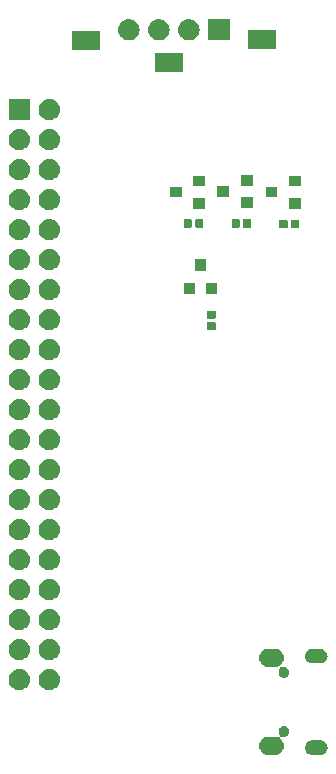
<source format=gbr>
G04 #@! TF.GenerationSoftware,KiCad,Pcbnew,5.0.2+dfsg1-1*
G04 #@! TF.CreationDate,2019-03-28T13:57:09+00:00*
G04 #@! TF.ProjectId,PiZeroInteract,50695a65-726f-4496-9e74-65726163742e,rev?*
G04 #@! TF.SameCoordinates,Original*
G04 #@! TF.FileFunction,Soldermask,Bot*
G04 #@! TF.FilePolarity,Negative*
%FSLAX46Y46*%
G04 Gerber Fmt 4.6, Leading zero omitted, Abs format (unit mm)*
G04 Created by KiCad (PCBNEW 5.0.2+dfsg1-1) date Thu 28 Mar 2019 13:57:09 GMT*
%MOMM*%
%LPD*%
G01*
G04 APERTURE LIST*
%ADD10C,0.100000*%
G04 APERTURE END LIST*
D10*
G36*
X139788413Y-115555525D02*
X139863456Y-115578290D01*
X139873425Y-115581314D01*
X139951774Y-115623193D01*
X140020448Y-115679552D01*
X140076807Y-115748226D01*
X140118686Y-115826575D01*
X140118687Y-115826579D01*
X140144475Y-115911587D01*
X140153182Y-116000000D01*
X140144475Y-116088413D01*
X140121710Y-116163456D01*
X140118686Y-116173425D01*
X140076807Y-116251774D01*
X140020448Y-116320448D01*
X139951774Y-116376807D01*
X139873425Y-116418686D01*
X139863456Y-116421710D01*
X139788413Y-116444475D01*
X139722158Y-116451000D01*
X139677842Y-116451000D01*
X139611589Y-116444475D01*
X139576511Y-116433833D01*
X139555476Y-116427453D01*
X139531449Y-116422673D01*
X139506945Y-116422673D01*
X139482911Y-116427453D01*
X139460272Y-116436830D01*
X139439897Y-116450444D01*
X139422570Y-116467770D01*
X139408956Y-116488145D01*
X139399578Y-116510784D01*
X139394797Y-116534817D01*
X139394797Y-116559321D01*
X139399577Y-116583355D01*
X139408954Y-116605994D01*
X139422568Y-116626369D01*
X139439895Y-116643696D01*
X139476368Y-116673630D01*
X139573341Y-116791790D01*
X139573342Y-116791792D01*
X139645399Y-116926601D01*
X139675408Y-117025529D01*
X139689772Y-117072881D01*
X139704754Y-117225000D01*
X139689772Y-117377119D01*
X139645398Y-117523401D01*
X139573341Y-117658210D01*
X139476369Y-117776369D01*
X139358210Y-117873341D01*
X139312043Y-117898018D01*
X139223399Y-117945399D01*
X139104352Y-117981511D01*
X139077119Y-117989772D01*
X138963118Y-118001000D01*
X138336882Y-118001000D01*
X138222881Y-117989772D01*
X138195648Y-117981511D01*
X138076601Y-117945399D01*
X137987957Y-117898018D01*
X137941790Y-117873341D01*
X137823631Y-117776369D01*
X137726659Y-117658210D01*
X137654602Y-117523401D01*
X137610228Y-117377119D01*
X137595246Y-117225000D01*
X137610228Y-117072881D01*
X137624592Y-117025529D01*
X137654601Y-116926601D01*
X137726658Y-116791792D01*
X137726659Y-116791790D01*
X137823631Y-116673631D01*
X137941790Y-116576659D01*
X138076599Y-116504602D01*
X138076601Y-116504601D01*
X138222878Y-116460229D01*
X138222881Y-116460228D01*
X138336882Y-116449000D01*
X138963118Y-116449000D01*
X139077119Y-116460228D01*
X139077122Y-116460229D01*
X139223399Y-116504601D01*
X139223401Y-116504602D01*
X139230792Y-116506844D01*
X139239246Y-116510345D01*
X139263279Y-116515123D01*
X139287784Y-116515121D01*
X139311817Y-116510338D01*
X139334455Y-116500959D01*
X139354828Y-116487344D01*
X139372154Y-116470015D01*
X139385766Y-116449639D01*
X139395142Y-116426999D01*
X139399920Y-116402966D01*
X139399918Y-116378461D01*
X139395135Y-116354428D01*
X139385756Y-116331790D01*
X139372150Y-116311429D01*
X139348504Y-116282615D01*
X139323193Y-116251775D01*
X139309809Y-116226735D01*
X139281314Y-116173425D01*
X139278290Y-116163456D01*
X139255525Y-116088413D01*
X139246818Y-116000000D01*
X139255525Y-115911587D01*
X139281313Y-115826579D01*
X139281314Y-115826575D01*
X139323193Y-115748226D01*
X139379552Y-115679552D01*
X139448226Y-115623193D01*
X139526575Y-115581314D01*
X139536544Y-115578290D01*
X139611587Y-115555525D01*
X139677842Y-115549000D01*
X139722158Y-115549000D01*
X139788413Y-115555525D01*
X139788413Y-115555525D01*
G37*
G36*
X142897714Y-116758058D02*
X142897717Y-116758059D01*
X143015719Y-116793854D01*
X143015721Y-116793855D01*
X143124471Y-116851983D01*
X143219790Y-116930210D01*
X143298017Y-117025529D01*
X143356145Y-117134279D01*
X143391942Y-117252286D01*
X143404028Y-117375000D01*
X143391942Y-117497714D01*
X143356145Y-117615721D01*
X143298017Y-117724471D01*
X143219790Y-117819790D01*
X143124471Y-117898017D01*
X143124469Y-117898018D01*
X143015719Y-117956146D01*
X142919683Y-117985278D01*
X142897714Y-117991942D01*
X142805747Y-118001000D01*
X142094253Y-118001000D01*
X142002286Y-117991942D01*
X141980317Y-117985278D01*
X141884281Y-117956146D01*
X141775531Y-117898018D01*
X141775529Y-117898017D01*
X141680210Y-117819790D01*
X141601983Y-117724471D01*
X141543855Y-117615721D01*
X141508058Y-117497714D01*
X141495972Y-117375000D01*
X141508058Y-117252286D01*
X141543855Y-117134279D01*
X141601983Y-117025529D01*
X141680210Y-116930210D01*
X141775529Y-116851983D01*
X141884279Y-116793855D01*
X141884281Y-116793854D01*
X142002283Y-116758059D01*
X142002286Y-116758058D01*
X142094253Y-116749000D01*
X142805747Y-116749000D01*
X142897714Y-116758058D01*
X142897714Y-116758058D01*
G37*
G36*
X117410443Y-110715519D02*
X117476627Y-110722037D01*
X117589853Y-110756384D01*
X117646467Y-110773557D01*
X117785087Y-110847652D01*
X117802991Y-110857222D01*
X117838729Y-110886552D01*
X117940186Y-110969814D01*
X118023448Y-111071271D01*
X118052778Y-111107009D01*
X118052779Y-111107011D01*
X118136443Y-111263533D01*
X118136443Y-111263534D01*
X118187963Y-111433373D01*
X118205359Y-111610000D01*
X118187963Y-111786627D01*
X118153616Y-111899853D01*
X118136443Y-111956467D01*
X118062348Y-112095087D01*
X118052778Y-112112991D01*
X118023448Y-112148729D01*
X117940186Y-112250186D01*
X117838729Y-112333448D01*
X117802991Y-112362778D01*
X117802989Y-112362779D01*
X117646467Y-112446443D01*
X117589853Y-112463616D01*
X117476627Y-112497963D01*
X117410443Y-112504481D01*
X117344260Y-112511000D01*
X117255740Y-112511000D01*
X117189557Y-112504481D01*
X117123373Y-112497963D01*
X117010147Y-112463616D01*
X116953533Y-112446443D01*
X116797011Y-112362779D01*
X116797009Y-112362778D01*
X116761271Y-112333448D01*
X116659814Y-112250186D01*
X116576552Y-112148729D01*
X116547222Y-112112991D01*
X116537652Y-112095087D01*
X116463557Y-111956467D01*
X116446384Y-111899853D01*
X116412037Y-111786627D01*
X116394641Y-111610000D01*
X116412037Y-111433373D01*
X116463557Y-111263534D01*
X116463557Y-111263533D01*
X116547221Y-111107011D01*
X116547222Y-111107009D01*
X116576552Y-111071271D01*
X116659814Y-110969814D01*
X116761271Y-110886552D01*
X116797009Y-110857222D01*
X116814913Y-110847652D01*
X116953533Y-110773557D01*
X117010147Y-110756384D01*
X117123373Y-110722037D01*
X117189557Y-110715519D01*
X117255740Y-110709000D01*
X117344260Y-110709000D01*
X117410443Y-110715519D01*
X117410443Y-110715519D01*
G37*
G36*
X119950443Y-110715519D02*
X120016627Y-110722037D01*
X120129853Y-110756384D01*
X120186467Y-110773557D01*
X120325087Y-110847652D01*
X120342991Y-110857222D01*
X120378729Y-110886552D01*
X120480186Y-110969814D01*
X120563448Y-111071271D01*
X120592778Y-111107009D01*
X120592779Y-111107011D01*
X120676443Y-111263533D01*
X120676443Y-111263534D01*
X120727963Y-111433373D01*
X120745359Y-111610000D01*
X120727963Y-111786627D01*
X120693616Y-111899853D01*
X120676443Y-111956467D01*
X120602348Y-112095087D01*
X120592778Y-112112991D01*
X120563448Y-112148729D01*
X120480186Y-112250186D01*
X120378729Y-112333448D01*
X120342991Y-112362778D01*
X120342989Y-112362779D01*
X120186467Y-112446443D01*
X120129853Y-112463616D01*
X120016627Y-112497963D01*
X119950443Y-112504481D01*
X119884260Y-112511000D01*
X119795740Y-112511000D01*
X119729557Y-112504481D01*
X119663373Y-112497963D01*
X119550147Y-112463616D01*
X119493533Y-112446443D01*
X119337011Y-112362779D01*
X119337009Y-112362778D01*
X119301271Y-112333448D01*
X119199814Y-112250186D01*
X119116552Y-112148729D01*
X119087222Y-112112991D01*
X119077652Y-112095087D01*
X119003557Y-111956467D01*
X118986384Y-111899853D01*
X118952037Y-111786627D01*
X118934641Y-111610000D01*
X118952037Y-111433373D01*
X119003557Y-111263534D01*
X119003557Y-111263533D01*
X119087221Y-111107011D01*
X119087222Y-111107009D01*
X119116552Y-111071271D01*
X119199814Y-110969814D01*
X119301271Y-110886552D01*
X119337009Y-110857222D01*
X119354913Y-110847652D01*
X119493533Y-110773557D01*
X119550147Y-110756384D01*
X119663373Y-110722037D01*
X119729557Y-110715519D01*
X119795740Y-110709000D01*
X119884260Y-110709000D01*
X119950443Y-110715519D01*
X119950443Y-110715519D01*
G37*
G36*
X139077119Y-109010228D02*
X139077122Y-109010229D01*
X139223399Y-109054601D01*
X139223401Y-109054602D01*
X139358210Y-109126659D01*
X139476369Y-109223631D01*
X139573341Y-109341790D01*
X139573342Y-109341792D01*
X139645399Y-109476601D01*
X139674638Y-109572991D01*
X139689772Y-109622881D01*
X139704754Y-109775000D01*
X139689772Y-109927119D01*
X139689771Y-109927122D01*
X139646494Y-110069790D01*
X139645398Y-110073401D01*
X139573341Y-110208210D01*
X139476368Y-110326370D01*
X139439895Y-110356304D01*
X139422568Y-110373631D01*
X139408954Y-110394006D01*
X139399577Y-110416645D01*
X139394797Y-110440678D01*
X139394797Y-110465183D01*
X139399578Y-110489216D01*
X139408956Y-110511855D01*
X139422570Y-110532229D01*
X139439897Y-110549556D01*
X139460272Y-110563170D01*
X139482911Y-110572547D01*
X139506944Y-110577327D01*
X139531449Y-110577327D01*
X139555476Y-110572547D01*
X139576511Y-110566167D01*
X139611589Y-110555525D01*
X139677842Y-110549000D01*
X139722158Y-110549000D01*
X139788413Y-110555525D01*
X139860281Y-110577327D01*
X139873425Y-110581314D01*
X139951774Y-110623193D01*
X140020448Y-110679552D01*
X140076807Y-110748226D01*
X140118686Y-110826575D01*
X140118687Y-110826579D01*
X140144475Y-110911587D01*
X140153182Y-111000000D01*
X140144475Y-111088413D01*
X140121710Y-111163456D01*
X140118686Y-111173425D01*
X140076807Y-111251774D01*
X140020448Y-111320448D01*
X139951774Y-111376807D01*
X139873425Y-111418686D01*
X139863456Y-111421710D01*
X139788413Y-111444475D01*
X139722158Y-111451000D01*
X139677842Y-111451000D01*
X139611587Y-111444475D01*
X139536544Y-111421710D01*
X139526575Y-111418686D01*
X139448226Y-111376807D01*
X139379552Y-111320448D01*
X139323193Y-111251774D01*
X139281314Y-111173425D01*
X139278290Y-111163456D01*
X139255525Y-111088413D01*
X139246818Y-111000000D01*
X139255525Y-110911587D01*
X139281313Y-110826579D01*
X139281314Y-110826575D01*
X139309809Y-110773265D01*
X139323193Y-110748225D01*
X139355385Y-110709000D01*
X139372150Y-110688571D01*
X139385761Y-110668202D01*
X139395138Y-110645563D01*
X139399919Y-110621529D01*
X139399919Y-110597025D01*
X139395139Y-110572992D01*
X139385762Y-110550352D01*
X139372148Y-110529978D01*
X139354821Y-110512650D01*
X139334447Y-110499036D01*
X139311808Y-110489659D01*
X139287774Y-110484878D01*
X139263270Y-110484878D01*
X139239237Y-110489658D01*
X139230788Y-110493157D01*
X139223401Y-110495398D01*
X139223399Y-110495399D01*
X139101985Y-110532229D01*
X139077119Y-110539772D01*
X138963118Y-110551000D01*
X138336882Y-110551000D01*
X138222881Y-110539772D01*
X138133471Y-110512650D01*
X138076601Y-110495399D01*
X138076599Y-110495398D01*
X137941790Y-110423341D01*
X137823631Y-110326369D01*
X137726659Y-110208210D01*
X137654602Y-110073401D01*
X137653507Y-110069790D01*
X137610229Y-109927122D01*
X137610228Y-109927119D01*
X137595246Y-109775000D01*
X137610228Y-109622881D01*
X137625362Y-109572991D01*
X137654601Y-109476601D01*
X137726658Y-109341792D01*
X137726659Y-109341790D01*
X137823631Y-109223631D01*
X137941790Y-109126659D01*
X138076599Y-109054602D01*
X138076601Y-109054601D01*
X138222878Y-109010229D01*
X138222881Y-109010228D01*
X138336882Y-108999000D01*
X138963118Y-108999000D01*
X139077119Y-109010228D01*
X139077119Y-109010228D01*
G37*
G36*
X142897714Y-109008058D02*
X142904871Y-109010229D01*
X143015719Y-109043854D01*
X143015721Y-109043855D01*
X143124471Y-109101983D01*
X143219790Y-109180210D01*
X143298017Y-109275529D01*
X143356145Y-109384279D01*
X143391942Y-109502286D01*
X143404028Y-109625000D01*
X143391942Y-109747714D01*
X143391941Y-109747717D01*
X143369172Y-109822779D01*
X143356145Y-109865721D01*
X143298017Y-109974471D01*
X143219790Y-110069790D01*
X143124471Y-110148017D01*
X143124469Y-110148018D01*
X143015719Y-110206146D01*
X142919683Y-110235278D01*
X142897714Y-110241942D01*
X142805747Y-110251000D01*
X142094253Y-110251000D01*
X142002286Y-110241942D01*
X141980317Y-110235278D01*
X141884281Y-110206146D01*
X141775531Y-110148018D01*
X141775529Y-110148017D01*
X141680210Y-110069790D01*
X141601983Y-109974471D01*
X141543855Y-109865721D01*
X141530829Y-109822779D01*
X141508059Y-109747717D01*
X141508058Y-109747714D01*
X141495972Y-109625000D01*
X141508058Y-109502286D01*
X141543855Y-109384279D01*
X141601983Y-109275529D01*
X141680210Y-109180210D01*
X141775529Y-109101983D01*
X141884279Y-109043855D01*
X141884281Y-109043854D01*
X141995129Y-109010229D01*
X142002286Y-109008058D01*
X142094253Y-108999000D01*
X142805747Y-108999000D01*
X142897714Y-109008058D01*
X142897714Y-109008058D01*
G37*
G36*
X119950442Y-108175518D02*
X120016627Y-108182037D01*
X120129853Y-108216384D01*
X120186467Y-108233557D01*
X120325087Y-108307652D01*
X120342991Y-108317222D01*
X120378729Y-108346552D01*
X120480186Y-108429814D01*
X120563448Y-108531271D01*
X120592778Y-108567009D01*
X120592779Y-108567011D01*
X120676443Y-108723533D01*
X120676443Y-108723534D01*
X120727963Y-108893373D01*
X120745359Y-109070000D01*
X120727963Y-109246627D01*
X120719195Y-109275531D01*
X120676443Y-109416467D01*
X120644301Y-109476599D01*
X120592778Y-109572991D01*
X120563448Y-109608729D01*
X120480186Y-109710186D01*
X120378729Y-109793448D01*
X120342991Y-109822778D01*
X120342989Y-109822779D01*
X120186467Y-109906443D01*
X120129853Y-109923616D01*
X120016627Y-109957963D01*
X119950443Y-109964481D01*
X119884260Y-109971000D01*
X119795740Y-109971000D01*
X119729557Y-109964481D01*
X119663373Y-109957963D01*
X119550147Y-109923616D01*
X119493533Y-109906443D01*
X119337011Y-109822779D01*
X119337009Y-109822778D01*
X119301271Y-109793448D01*
X119199814Y-109710186D01*
X119116552Y-109608729D01*
X119087222Y-109572991D01*
X119035699Y-109476599D01*
X119003557Y-109416467D01*
X118960805Y-109275531D01*
X118952037Y-109246627D01*
X118934641Y-109070000D01*
X118952037Y-108893373D01*
X119003557Y-108723534D01*
X119003557Y-108723533D01*
X119087221Y-108567011D01*
X119087222Y-108567009D01*
X119116552Y-108531271D01*
X119199814Y-108429814D01*
X119301271Y-108346552D01*
X119337009Y-108317222D01*
X119354913Y-108307652D01*
X119493533Y-108233557D01*
X119550147Y-108216384D01*
X119663373Y-108182037D01*
X119729558Y-108175518D01*
X119795740Y-108169000D01*
X119884260Y-108169000D01*
X119950442Y-108175518D01*
X119950442Y-108175518D01*
G37*
G36*
X117410442Y-108175518D02*
X117476627Y-108182037D01*
X117589853Y-108216384D01*
X117646467Y-108233557D01*
X117785087Y-108307652D01*
X117802991Y-108317222D01*
X117838729Y-108346552D01*
X117940186Y-108429814D01*
X118023448Y-108531271D01*
X118052778Y-108567009D01*
X118052779Y-108567011D01*
X118136443Y-108723533D01*
X118136443Y-108723534D01*
X118187963Y-108893373D01*
X118205359Y-109070000D01*
X118187963Y-109246627D01*
X118179195Y-109275531D01*
X118136443Y-109416467D01*
X118104301Y-109476599D01*
X118052778Y-109572991D01*
X118023448Y-109608729D01*
X117940186Y-109710186D01*
X117838729Y-109793448D01*
X117802991Y-109822778D01*
X117802989Y-109822779D01*
X117646467Y-109906443D01*
X117589853Y-109923616D01*
X117476627Y-109957963D01*
X117410443Y-109964481D01*
X117344260Y-109971000D01*
X117255740Y-109971000D01*
X117189557Y-109964481D01*
X117123373Y-109957963D01*
X117010147Y-109923616D01*
X116953533Y-109906443D01*
X116797011Y-109822779D01*
X116797009Y-109822778D01*
X116761271Y-109793448D01*
X116659814Y-109710186D01*
X116576552Y-109608729D01*
X116547222Y-109572991D01*
X116495699Y-109476599D01*
X116463557Y-109416467D01*
X116420805Y-109275531D01*
X116412037Y-109246627D01*
X116394641Y-109070000D01*
X116412037Y-108893373D01*
X116463557Y-108723534D01*
X116463557Y-108723533D01*
X116547221Y-108567011D01*
X116547222Y-108567009D01*
X116576552Y-108531271D01*
X116659814Y-108429814D01*
X116761271Y-108346552D01*
X116797009Y-108317222D01*
X116814913Y-108307652D01*
X116953533Y-108233557D01*
X117010147Y-108216384D01*
X117123373Y-108182037D01*
X117189558Y-108175518D01*
X117255740Y-108169000D01*
X117344260Y-108169000D01*
X117410442Y-108175518D01*
X117410442Y-108175518D01*
G37*
G36*
X117410442Y-105635518D02*
X117476627Y-105642037D01*
X117589853Y-105676384D01*
X117646467Y-105693557D01*
X117785087Y-105767652D01*
X117802991Y-105777222D01*
X117838729Y-105806552D01*
X117940186Y-105889814D01*
X118023448Y-105991271D01*
X118052778Y-106027009D01*
X118052779Y-106027011D01*
X118136443Y-106183533D01*
X118136443Y-106183534D01*
X118187963Y-106353373D01*
X118205359Y-106530000D01*
X118187963Y-106706627D01*
X118153616Y-106819853D01*
X118136443Y-106876467D01*
X118062348Y-107015087D01*
X118052778Y-107032991D01*
X118023448Y-107068729D01*
X117940186Y-107170186D01*
X117838729Y-107253448D01*
X117802991Y-107282778D01*
X117802989Y-107282779D01*
X117646467Y-107366443D01*
X117589853Y-107383616D01*
X117476627Y-107417963D01*
X117410442Y-107424482D01*
X117344260Y-107431000D01*
X117255740Y-107431000D01*
X117189558Y-107424482D01*
X117123373Y-107417963D01*
X117010147Y-107383616D01*
X116953533Y-107366443D01*
X116797011Y-107282779D01*
X116797009Y-107282778D01*
X116761271Y-107253448D01*
X116659814Y-107170186D01*
X116576552Y-107068729D01*
X116547222Y-107032991D01*
X116537652Y-107015087D01*
X116463557Y-106876467D01*
X116446384Y-106819853D01*
X116412037Y-106706627D01*
X116394641Y-106530000D01*
X116412037Y-106353373D01*
X116463557Y-106183534D01*
X116463557Y-106183533D01*
X116547221Y-106027011D01*
X116547222Y-106027009D01*
X116576552Y-105991271D01*
X116659814Y-105889814D01*
X116761271Y-105806552D01*
X116797009Y-105777222D01*
X116814913Y-105767652D01*
X116953533Y-105693557D01*
X117010147Y-105676384D01*
X117123373Y-105642037D01*
X117189558Y-105635518D01*
X117255740Y-105629000D01*
X117344260Y-105629000D01*
X117410442Y-105635518D01*
X117410442Y-105635518D01*
G37*
G36*
X119950442Y-105635518D02*
X120016627Y-105642037D01*
X120129853Y-105676384D01*
X120186467Y-105693557D01*
X120325087Y-105767652D01*
X120342991Y-105777222D01*
X120378729Y-105806552D01*
X120480186Y-105889814D01*
X120563448Y-105991271D01*
X120592778Y-106027009D01*
X120592779Y-106027011D01*
X120676443Y-106183533D01*
X120676443Y-106183534D01*
X120727963Y-106353373D01*
X120745359Y-106530000D01*
X120727963Y-106706627D01*
X120693616Y-106819853D01*
X120676443Y-106876467D01*
X120602348Y-107015087D01*
X120592778Y-107032991D01*
X120563448Y-107068729D01*
X120480186Y-107170186D01*
X120378729Y-107253448D01*
X120342991Y-107282778D01*
X120342989Y-107282779D01*
X120186467Y-107366443D01*
X120129853Y-107383616D01*
X120016627Y-107417963D01*
X119950442Y-107424482D01*
X119884260Y-107431000D01*
X119795740Y-107431000D01*
X119729558Y-107424482D01*
X119663373Y-107417963D01*
X119550147Y-107383616D01*
X119493533Y-107366443D01*
X119337011Y-107282779D01*
X119337009Y-107282778D01*
X119301271Y-107253448D01*
X119199814Y-107170186D01*
X119116552Y-107068729D01*
X119087222Y-107032991D01*
X119077652Y-107015087D01*
X119003557Y-106876467D01*
X118986384Y-106819853D01*
X118952037Y-106706627D01*
X118934641Y-106530000D01*
X118952037Y-106353373D01*
X119003557Y-106183534D01*
X119003557Y-106183533D01*
X119087221Y-106027011D01*
X119087222Y-106027009D01*
X119116552Y-105991271D01*
X119199814Y-105889814D01*
X119301271Y-105806552D01*
X119337009Y-105777222D01*
X119354913Y-105767652D01*
X119493533Y-105693557D01*
X119550147Y-105676384D01*
X119663373Y-105642037D01*
X119729558Y-105635518D01*
X119795740Y-105629000D01*
X119884260Y-105629000D01*
X119950442Y-105635518D01*
X119950442Y-105635518D01*
G37*
G36*
X117410443Y-103095519D02*
X117476627Y-103102037D01*
X117589853Y-103136384D01*
X117646467Y-103153557D01*
X117785087Y-103227652D01*
X117802991Y-103237222D01*
X117838729Y-103266552D01*
X117940186Y-103349814D01*
X118023448Y-103451271D01*
X118052778Y-103487009D01*
X118052779Y-103487011D01*
X118136443Y-103643533D01*
X118136443Y-103643534D01*
X118187963Y-103813373D01*
X118205359Y-103990000D01*
X118187963Y-104166627D01*
X118153616Y-104279853D01*
X118136443Y-104336467D01*
X118062348Y-104475087D01*
X118052778Y-104492991D01*
X118023448Y-104528729D01*
X117940186Y-104630186D01*
X117838729Y-104713448D01*
X117802991Y-104742778D01*
X117802989Y-104742779D01*
X117646467Y-104826443D01*
X117589853Y-104843616D01*
X117476627Y-104877963D01*
X117410443Y-104884481D01*
X117344260Y-104891000D01*
X117255740Y-104891000D01*
X117189557Y-104884481D01*
X117123373Y-104877963D01*
X117010147Y-104843616D01*
X116953533Y-104826443D01*
X116797011Y-104742779D01*
X116797009Y-104742778D01*
X116761271Y-104713448D01*
X116659814Y-104630186D01*
X116576552Y-104528729D01*
X116547222Y-104492991D01*
X116537652Y-104475087D01*
X116463557Y-104336467D01*
X116446384Y-104279853D01*
X116412037Y-104166627D01*
X116394641Y-103990000D01*
X116412037Y-103813373D01*
X116463557Y-103643534D01*
X116463557Y-103643533D01*
X116547221Y-103487011D01*
X116547222Y-103487009D01*
X116576552Y-103451271D01*
X116659814Y-103349814D01*
X116761271Y-103266552D01*
X116797009Y-103237222D01*
X116814913Y-103227652D01*
X116953533Y-103153557D01*
X117010147Y-103136384D01*
X117123373Y-103102037D01*
X117189557Y-103095519D01*
X117255740Y-103089000D01*
X117344260Y-103089000D01*
X117410443Y-103095519D01*
X117410443Y-103095519D01*
G37*
G36*
X119950443Y-103095519D02*
X120016627Y-103102037D01*
X120129853Y-103136384D01*
X120186467Y-103153557D01*
X120325087Y-103227652D01*
X120342991Y-103237222D01*
X120378729Y-103266552D01*
X120480186Y-103349814D01*
X120563448Y-103451271D01*
X120592778Y-103487009D01*
X120592779Y-103487011D01*
X120676443Y-103643533D01*
X120676443Y-103643534D01*
X120727963Y-103813373D01*
X120745359Y-103990000D01*
X120727963Y-104166627D01*
X120693616Y-104279853D01*
X120676443Y-104336467D01*
X120602348Y-104475087D01*
X120592778Y-104492991D01*
X120563448Y-104528729D01*
X120480186Y-104630186D01*
X120378729Y-104713448D01*
X120342991Y-104742778D01*
X120342989Y-104742779D01*
X120186467Y-104826443D01*
X120129853Y-104843616D01*
X120016627Y-104877963D01*
X119950443Y-104884481D01*
X119884260Y-104891000D01*
X119795740Y-104891000D01*
X119729557Y-104884481D01*
X119663373Y-104877963D01*
X119550147Y-104843616D01*
X119493533Y-104826443D01*
X119337011Y-104742779D01*
X119337009Y-104742778D01*
X119301271Y-104713448D01*
X119199814Y-104630186D01*
X119116552Y-104528729D01*
X119087222Y-104492991D01*
X119077652Y-104475087D01*
X119003557Y-104336467D01*
X118986384Y-104279853D01*
X118952037Y-104166627D01*
X118934641Y-103990000D01*
X118952037Y-103813373D01*
X119003557Y-103643534D01*
X119003557Y-103643533D01*
X119087221Y-103487011D01*
X119087222Y-103487009D01*
X119116552Y-103451271D01*
X119199814Y-103349814D01*
X119301271Y-103266552D01*
X119337009Y-103237222D01*
X119354913Y-103227652D01*
X119493533Y-103153557D01*
X119550147Y-103136384D01*
X119663373Y-103102037D01*
X119729557Y-103095519D01*
X119795740Y-103089000D01*
X119884260Y-103089000D01*
X119950443Y-103095519D01*
X119950443Y-103095519D01*
G37*
G36*
X117410443Y-100555519D02*
X117476627Y-100562037D01*
X117589853Y-100596384D01*
X117646467Y-100613557D01*
X117785087Y-100687652D01*
X117802991Y-100697222D01*
X117838729Y-100726552D01*
X117940186Y-100809814D01*
X118023448Y-100911271D01*
X118052778Y-100947009D01*
X118052779Y-100947011D01*
X118136443Y-101103533D01*
X118136443Y-101103534D01*
X118187963Y-101273373D01*
X118205359Y-101450000D01*
X118187963Y-101626627D01*
X118153616Y-101739853D01*
X118136443Y-101796467D01*
X118062348Y-101935087D01*
X118052778Y-101952991D01*
X118023448Y-101988729D01*
X117940186Y-102090186D01*
X117838729Y-102173448D01*
X117802991Y-102202778D01*
X117802989Y-102202779D01*
X117646467Y-102286443D01*
X117589853Y-102303616D01*
X117476627Y-102337963D01*
X117410442Y-102344482D01*
X117344260Y-102351000D01*
X117255740Y-102351000D01*
X117189558Y-102344482D01*
X117123373Y-102337963D01*
X117010147Y-102303616D01*
X116953533Y-102286443D01*
X116797011Y-102202779D01*
X116797009Y-102202778D01*
X116761271Y-102173448D01*
X116659814Y-102090186D01*
X116576552Y-101988729D01*
X116547222Y-101952991D01*
X116537652Y-101935087D01*
X116463557Y-101796467D01*
X116446384Y-101739853D01*
X116412037Y-101626627D01*
X116394641Y-101450000D01*
X116412037Y-101273373D01*
X116463557Y-101103534D01*
X116463557Y-101103533D01*
X116547221Y-100947011D01*
X116547222Y-100947009D01*
X116576552Y-100911271D01*
X116659814Y-100809814D01*
X116761271Y-100726552D01*
X116797009Y-100697222D01*
X116814913Y-100687652D01*
X116953533Y-100613557D01*
X117010147Y-100596384D01*
X117123373Y-100562037D01*
X117189558Y-100555518D01*
X117255740Y-100549000D01*
X117344260Y-100549000D01*
X117410443Y-100555519D01*
X117410443Y-100555519D01*
G37*
G36*
X119950443Y-100555519D02*
X120016627Y-100562037D01*
X120129853Y-100596384D01*
X120186467Y-100613557D01*
X120325087Y-100687652D01*
X120342991Y-100697222D01*
X120378729Y-100726552D01*
X120480186Y-100809814D01*
X120563448Y-100911271D01*
X120592778Y-100947009D01*
X120592779Y-100947011D01*
X120676443Y-101103533D01*
X120676443Y-101103534D01*
X120727963Y-101273373D01*
X120745359Y-101450000D01*
X120727963Y-101626627D01*
X120693616Y-101739853D01*
X120676443Y-101796467D01*
X120602348Y-101935087D01*
X120592778Y-101952991D01*
X120563448Y-101988729D01*
X120480186Y-102090186D01*
X120378729Y-102173448D01*
X120342991Y-102202778D01*
X120342989Y-102202779D01*
X120186467Y-102286443D01*
X120129853Y-102303616D01*
X120016627Y-102337963D01*
X119950442Y-102344482D01*
X119884260Y-102351000D01*
X119795740Y-102351000D01*
X119729558Y-102344482D01*
X119663373Y-102337963D01*
X119550147Y-102303616D01*
X119493533Y-102286443D01*
X119337011Y-102202779D01*
X119337009Y-102202778D01*
X119301271Y-102173448D01*
X119199814Y-102090186D01*
X119116552Y-101988729D01*
X119087222Y-101952991D01*
X119077652Y-101935087D01*
X119003557Y-101796467D01*
X118986384Y-101739853D01*
X118952037Y-101626627D01*
X118934641Y-101450000D01*
X118952037Y-101273373D01*
X119003557Y-101103534D01*
X119003557Y-101103533D01*
X119087221Y-100947011D01*
X119087222Y-100947009D01*
X119116552Y-100911271D01*
X119199814Y-100809814D01*
X119301271Y-100726552D01*
X119337009Y-100697222D01*
X119354913Y-100687652D01*
X119493533Y-100613557D01*
X119550147Y-100596384D01*
X119663373Y-100562037D01*
X119729558Y-100555518D01*
X119795740Y-100549000D01*
X119884260Y-100549000D01*
X119950443Y-100555519D01*
X119950443Y-100555519D01*
G37*
G36*
X119950442Y-98015518D02*
X120016627Y-98022037D01*
X120129853Y-98056384D01*
X120186467Y-98073557D01*
X120325087Y-98147652D01*
X120342991Y-98157222D01*
X120378729Y-98186552D01*
X120480186Y-98269814D01*
X120563448Y-98371271D01*
X120592778Y-98407009D01*
X120592779Y-98407011D01*
X120676443Y-98563533D01*
X120676443Y-98563534D01*
X120727963Y-98733373D01*
X120745359Y-98910000D01*
X120727963Y-99086627D01*
X120693616Y-99199853D01*
X120676443Y-99256467D01*
X120602348Y-99395087D01*
X120592778Y-99412991D01*
X120563448Y-99448729D01*
X120480186Y-99550186D01*
X120378729Y-99633448D01*
X120342991Y-99662778D01*
X120342989Y-99662779D01*
X120186467Y-99746443D01*
X120129853Y-99763616D01*
X120016627Y-99797963D01*
X119950443Y-99804481D01*
X119884260Y-99811000D01*
X119795740Y-99811000D01*
X119729558Y-99804482D01*
X119663373Y-99797963D01*
X119550147Y-99763616D01*
X119493533Y-99746443D01*
X119337011Y-99662779D01*
X119337009Y-99662778D01*
X119301271Y-99633448D01*
X119199814Y-99550186D01*
X119116552Y-99448729D01*
X119087222Y-99412991D01*
X119077652Y-99395087D01*
X119003557Y-99256467D01*
X118986384Y-99199853D01*
X118952037Y-99086627D01*
X118934641Y-98910000D01*
X118952037Y-98733373D01*
X119003557Y-98563534D01*
X119003557Y-98563533D01*
X119087221Y-98407011D01*
X119087222Y-98407009D01*
X119116552Y-98371271D01*
X119199814Y-98269814D01*
X119301271Y-98186552D01*
X119337009Y-98157222D01*
X119354913Y-98147652D01*
X119493533Y-98073557D01*
X119550147Y-98056384D01*
X119663373Y-98022037D01*
X119729558Y-98015518D01*
X119795740Y-98009000D01*
X119884260Y-98009000D01*
X119950442Y-98015518D01*
X119950442Y-98015518D01*
G37*
G36*
X117410442Y-98015518D02*
X117476627Y-98022037D01*
X117589853Y-98056384D01*
X117646467Y-98073557D01*
X117785087Y-98147652D01*
X117802991Y-98157222D01*
X117838729Y-98186552D01*
X117940186Y-98269814D01*
X118023448Y-98371271D01*
X118052778Y-98407009D01*
X118052779Y-98407011D01*
X118136443Y-98563533D01*
X118136443Y-98563534D01*
X118187963Y-98733373D01*
X118205359Y-98910000D01*
X118187963Y-99086627D01*
X118153616Y-99199853D01*
X118136443Y-99256467D01*
X118062348Y-99395087D01*
X118052778Y-99412991D01*
X118023448Y-99448729D01*
X117940186Y-99550186D01*
X117838729Y-99633448D01*
X117802991Y-99662778D01*
X117802989Y-99662779D01*
X117646467Y-99746443D01*
X117589853Y-99763616D01*
X117476627Y-99797963D01*
X117410443Y-99804481D01*
X117344260Y-99811000D01*
X117255740Y-99811000D01*
X117189558Y-99804482D01*
X117123373Y-99797963D01*
X117010147Y-99763616D01*
X116953533Y-99746443D01*
X116797011Y-99662779D01*
X116797009Y-99662778D01*
X116761271Y-99633448D01*
X116659814Y-99550186D01*
X116576552Y-99448729D01*
X116547222Y-99412991D01*
X116537652Y-99395087D01*
X116463557Y-99256467D01*
X116446384Y-99199853D01*
X116412037Y-99086627D01*
X116394641Y-98910000D01*
X116412037Y-98733373D01*
X116463557Y-98563534D01*
X116463557Y-98563533D01*
X116547221Y-98407011D01*
X116547222Y-98407009D01*
X116576552Y-98371271D01*
X116659814Y-98269814D01*
X116761271Y-98186552D01*
X116797009Y-98157222D01*
X116814913Y-98147652D01*
X116953533Y-98073557D01*
X117010147Y-98056384D01*
X117123373Y-98022037D01*
X117189558Y-98015518D01*
X117255740Y-98009000D01*
X117344260Y-98009000D01*
X117410442Y-98015518D01*
X117410442Y-98015518D01*
G37*
G36*
X119950442Y-95475518D02*
X120016627Y-95482037D01*
X120129853Y-95516384D01*
X120186467Y-95533557D01*
X120325087Y-95607652D01*
X120342991Y-95617222D01*
X120378729Y-95646552D01*
X120480186Y-95729814D01*
X120563448Y-95831271D01*
X120592778Y-95867009D01*
X120592779Y-95867011D01*
X120676443Y-96023533D01*
X120676443Y-96023534D01*
X120727963Y-96193373D01*
X120745359Y-96370000D01*
X120727963Y-96546627D01*
X120693616Y-96659853D01*
X120676443Y-96716467D01*
X120602348Y-96855087D01*
X120592778Y-96872991D01*
X120563448Y-96908729D01*
X120480186Y-97010186D01*
X120378729Y-97093448D01*
X120342991Y-97122778D01*
X120342989Y-97122779D01*
X120186467Y-97206443D01*
X120129853Y-97223616D01*
X120016627Y-97257963D01*
X119950443Y-97264481D01*
X119884260Y-97271000D01*
X119795740Y-97271000D01*
X119729557Y-97264481D01*
X119663373Y-97257963D01*
X119550147Y-97223616D01*
X119493533Y-97206443D01*
X119337011Y-97122779D01*
X119337009Y-97122778D01*
X119301271Y-97093448D01*
X119199814Y-97010186D01*
X119116552Y-96908729D01*
X119087222Y-96872991D01*
X119077652Y-96855087D01*
X119003557Y-96716467D01*
X118986384Y-96659853D01*
X118952037Y-96546627D01*
X118934641Y-96370000D01*
X118952037Y-96193373D01*
X119003557Y-96023534D01*
X119003557Y-96023533D01*
X119087221Y-95867011D01*
X119087222Y-95867009D01*
X119116552Y-95831271D01*
X119199814Y-95729814D01*
X119301271Y-95646552D01*
X119337009Y-95617222D01*
X119354913Y-95607652D01*
X119493533Y-95533557D01*
X119550147Y-95516384D01*
X119663373Y-95482037D01*
X119729558Y-95475518D01*
X119795740Y-95469000D01*
X119884260Y-95469000D01*
X119950442Y-95475518D01*
X119950442Y-95475518D01*
G37*
G36*
X117410442Y-95475518D02*
X117476627Y-95482037D01*
X117589853Y-95516384D01*
X117646467Y-95533557D01*
X117785087Y-95607652D01*
X117802991Y-95617222D01*
X117838729Y-95646552D01*
X117940186Y-95729814D01*
X118023448Y-95831271D01*
X118052778Y-95867009D01*
X118052779Y-95867011D01*
X118136443Y-96023533D01*
X118136443Y-96023534D01*
X118187963Y-96193373D01*
X118205359Y-96370000D01*
X118187963Y-96546627D01*
X118153616Y-96659853D01*
X118136443Y-96716467D01*
X118062348Y-96855087D01*
X118052778Y-96872991D01*
X118023448Y-96908729D01*
X117940186Y-97010186D01*
X117838729Y-97093448D01*
X117802991Y-97122778D01*
X117802989Y-97122779D01*
X117646467Y-97206443D01*
X117589853Y-97223616D01*
X117476627Y-97257963D01*
X117410443Y-97264481D01*
X117344260Y-97271000D01*
X117255740Y-97271000D01*
X117189557Y-97264481D01*
X117123373Y-97257963D01*
X117010147Y-97223616D01*
X116953533Y-97206443D01*
X116797011Y-97122779D01*
X116797009Y-97122778D01*
X116761271Y-97093448D01*
X116659814Y-97010186D01*
X116576552Y-96908729D01*
X116547222Y-96872991D01*
X116537652Y-96855087D01*
X116463557Y-96716467D01*
X116446384Y-96659853D01*
X116412037Y-96546627D01*
X116394641Y-96370000D01*
X116412037Y-96193373D01*
X116463557Y-96023534D01*
X116463557Y-96023533D01*
X116547221Y-95867011D01*
X116547222Y-95867009D01*
X116576552Y-95831271D01*
X116659814Y-95729814D01*
X116761271Y-95646552D01*
X116797009Y-95617222D01*
X116814913Y-95607652D01*
X116953533Y-95533557D01*
X117010147Y-95516384D01*
X117123373Y-95482037D01*
X117189558Y-95475518D01*
X117255740Y-95469000D01*
X117344260Y-95469000D01*
X117410442Y-95475518D01*
X117410442Y-95475518D01*
G37*
G36*
X119950443Y-92935519D02*
X120016627Y-92942037D01*
X120129853Y-92976384D01*
X120186467Y-92993557D01*
X120325087Y-93067652D01*
X120342991Y-93077222D01*
X120378729Y-93106552D01*
X120480186Y-93189814D01*
X120563448Y-93291271D01*
X120592778Y-93327009D01*
X120592779Y-93327011D01*
X120676443Y-93483533D01*
X120676443Y-93483534D01*
X120727963Y-93653373D01*
X120745359Y-93830000D01*
X120727963Y-94006627D01*
X120693616Y-94119853D01*
X120676443Y-94176467D01*
X120602348Y-94315087D01*
X120592778Y-94332991D01*
X120563448Y-94368729D01*
X120480186Y-94470186D01*
X120378729Y-94553448D01*
X120342991Y-94582778D01*
X120342989Y-94582779D01*
X120186467Y-94666443D01*
X120129853Y-94683616D01*
X120016627Y-94717963D01*
X119950442Y-94724482D01*
X119884260Y-94731000D01*
X119795740Y-94731000D01*
X119729558Y-94724482D01*
X119663373Y-94717963D01*
X119550147Y-94683616D01*
X119493533Y-94666443D01*
X119337011Y-94582779D01*
X119337009Y-94582778D01*
X119301271Y-94553448D01*
X119199814Y-94470186D01*
X119116552Y-94368729D01*
X119087222Y-94332991D01*
X119077652Y-94315087D01*
X119003557Y-94176467D01*
X118986384Y-94119853D01*
X118952037Y-94006627D01*
X118934641Y-93830000D01*
X118952037Y-93653373D01*
X119003557Y-93483534D01*
X119003557Y-93483533D01*
X119087221Y-93327011D01*
X119087222Y-93327009D01*
X119116552Y-93291271D01*
X119199814Y-93189814D01*
X119301271Y-93106552D01*
X119337009Y-93077222D01*
X119354913Y-93067652D01*
X119493533Y-92993557D01*
X119550147Y-92976384D01*
X119663373Y-92942037D01*
X119729557Y-92935519D01*
X119795740Y-92929000D01*
X119884260Y-92929000D01*
X119950443Y-92935519D01*
X119950443Y-92935519D01*
G37*
G36*
X117410443Y-92935519D02*
X117476627Y-92942037D01*
X117589853Y-92976384D01*
X117646467Y-92993557D01*
X117785087Y-93067652D01*
X117802991Y-93077222D01*
X117838729Y-93106552D01*
X117940186Y-93189814D01*
X118023448Y-93291271D01*
X118052778Y-93327009D01*
X118052779Y-93327011D01*
X118136443Y-93483533D01*
X118136443Y-93483534D01*
X118187963Y-93653373D01*
X118205359Y-93830000D01*
X118187963Y-94006627D01*
X118153616Y-94119853D01*
X118136443Y-94176467D01*
X118062348Y-94315087D01*
X118052778Y-94332991D01*
X118023448Y-94368729D01*
X117940186Y-94470186D01*
X117838729Y-94553448D01*
X117802991Y-94582778D01*
X117802989Y-94582779D01*
X117646467Y-94666443D01*
X117589853Y-94683616D01*
X117476627Y-94717963D01*
X117410442Y-94724482D01*
X117344260Y-94731000D01*
X117255740Y-94731000D01*
X117189558Y-94724482D01*
X117123373Y-94717963D01*
X117010147Y-94683616D01*
X116953533Y-94666443D01*
X116797011Y-94582779D01*
X116797009Y-94582778D01*
X116761271Y-94553448D01*
X116659814Y-94470186D01*
X116576552Y-94368729D01*
X116547222Y-94332991D01*
X116537652Y-94315087D01*
X116463557Y-94176467D01*
X116446384Y-94119853D01*
X116412037Y-94006627D01*
X116394641Y-93830000D01*
X116412037Y-93653373D01*
X116463557Y-93483534D01*
X116463557Y-93483533D01*
X116547221Y-93327011D01*
X116547222Y-93327009D01*
X116576552Y-93291271D01*
X116659814Y-93189814D01*
X116761271Y-93106552D01*
X116797009Y-93077222D01*
X116814913Y-93067652D01*
X116953533Y-92993557D01*
X117010147Y-92976384D01*
X117123373Y-92942037D01*
X117189557Y-92935519D01*
X117255740Y-92929000D01*
X117344260Y-92929000D01*
X117410443Y-92935519D01*
X117410443Y-92935519D01*
G37*
G36*
X119950442Y-90395518D02*
X120016627Y-90402037D01*
X120129853Y-90436384D01*
X120186467Y-90453557D01*
X120325087Y-90527652D01*
X120342991Y-90537222D01*
X120378729Y-90566552D01*
X120480186Y-90649814D01*
X120563448Y-90751271D01*
X120592778Y-90787009D01*
X120592779Y-90787011D01*
X120676443Y-90943533D01*
X120676443Y-90943534D01*
X120727963Y-91113373D01*
X120745359Y-91290000D01*
X120727963Y-91466627D01*
X120693616Y-91579853D01*
X120676443Y-91636467D01*
X120602348Y-91775087D01*
X120592778Y-91792991D01*
X120563448Y-91828729D01*
X120480186Y-91930186D01*
X120378729Y-92013448D01*
X120342991Y-92042778D01*
X120342989Y-92042779D01*
X120186467Y-92126443D01*
X120129853Y-92143616D01*
X120016627Y-92177963D01*
X119950443Y-92184481D01*
X119884260Y-92191000D01*
X119795740Y-92191000D01*
X119729557Y-92184481D01*
X119663373Y-92177963D01*
X119550147Y-92143616D01*
X119493533Y-92126443D01*
X119337011Y-92042779D01*
X119337009Y-92042778D01*
X119301271Y-92013448D01*
X119199814Y-91930186D01*
X119116552Y-91828729D01*
X119087222Y-91792991D01*
X119077652Y-91775087D01*
X119003557Y-91636467D01*
X118986384Y-91579853D01*
X118952037Y-91466627D01*
X118934641Y-91290000D01*
X118952037Y-91113373D01*
X119003557Y-90943534D01*
X119003557Y-90943533D01*
X119087221Y-90787011D01*
X119087222Y-90787009D01*
X119116552Y-90751271D01*
X119199814Y-90649814D01*
X119301271Y-90566552D01*
X119337009Y-90537222D01*
X119354913Y-90527652D01*
X119493533Y-90453557D01*
X119550147Y-90436384D01*
X119663373Y-90402037D01*
X119729558Y-90395518D01*
X119795740Y-90389000D01*
X119884260Y-90389000D01*
X119950442Y-90395518D01*
X119950442Y-90395518D01*
G37*
G36*
X117410442Y-90395518D02*
X117476627Y-90402037D01*
X117589853Y-90436384D01*
X117646467Y-90453557D01*
X117785087Y-90527652D01*
X117802991Y-90537222D01*
X117838729Y-90566552D01*
X117940186Y-90649814D01*
X118023448Y-90751271D01*
X118052778Y-90787009D01*
X118052779Y-90787011D01*
X118136443Y-90943533D01*
X118136443Y-90943534D01*
X118187963Y-91113373D01*
X118205359Y-91290000D01*
X118187963Y-91466627D01*
X118153616Y-91579853D01*
X118136443Y-91636467D01*
X118062348Y-91775087D01*
X118052778Y-91792991D01*
X118023448Y-91828729D01*
X117940186Y-91930186D01*
X117838729Y-92013448D01*
X117802991Y-92042778D01*
X117802989Y-92042779D01*
X117646467Y-92126443D01*
X117589853Y-92143616D01*
X117476627Y-92177963D01*
X117410443Y-92184481D01*
X117344260Y-92191000D01*
X117255740Y-92191000D01*
X117189557Y-92184481D01*
X117123373Y-92177963D01*
X117010147Y-92143616D01*
X116953533Y-92126443D01*
X116797011Y-92042779D01*
X116797009Y-92042778D01*
X116761271Y-92013448D01*
X116659814Y-91930186D01*
X116576552Y-91828729D01*
X116547222Y-91792991D01*
X116537652Y-91775087D01*
X116463557Y-91636467D01*
X116446384Y-91579853D01*
X116412037Y-91466627D01*
X116394641Y-91290000D01*
X116412037Y-91113373D01*
X116463557Y-90943534D01*
X116463557Y-90943533D01*
X116547221Y-90787011D01*
X116547222Y-90787009D01*
X116576552Y-90751271D01*
X116659814Y-90649814D01*
X116761271Y-90566552D01*
X116797009Y-90537222D01*
X116814913Y-90527652D01*
X116953533Y-90453557D01*
X117010147Y-90436384D01*
X117123373Y-90402037D01*
X117189558Y-90395518D01*
X117255740Y-90389000D01*
X117344260Y-90389000D01*
X117410442Y-90395518D01*
X117410442Y-90395518D01*
G37*
G36*
X117410442Y-87855518D02*
X117476627Y-87862037D01*
X117589853Y-87896384D01*
X117646467Y-87913557D01*
X117785087Y-87987652D01*
X117802991Y-87997222D01*
X117838729Y-88026552D01*
X117940186Y-88109814D01*
X118023448Y-88211271D01*
X118052778Y-88247009D01*
X118052779Y-88247011D01*
X118136443Y-88403533D01*
X118136443Y-88403534D01*
X118187963Y-88573373D01*
X118205359Y-88750000D01*
X118187963Y-88926627D01*
X118153616Y-89039853D01*
X118136443Y-89096467D01*
X118062348Y-89235087D01*
X118052778Y-89252991D01*
X118023448Y-89288729D01*
X117940186Y-89390186D01*
X117838729Y-89473448D01*
X117802991Y-89502778D01*
X117802989Y-89502779D01*
X117646467Y-89586443D01*
X117589853Y-89603616D01*
X117476627Y-89637963D01*
X117410442Y-89644482D01*
X117344260Y-89651000D01*
X117255740Y-89651000D01*
X117189558Y-89644482D01*
X117123373Y-89637963D01*
X117010147Y-89603616D01*
X116953533Y-89586443D01*
X116797011Y-89502779D01*
X116797009Y-89502778D01*
X116761271Y-89473448D01*
X116659814Y-89390186D01*
X116576552Y-89288729D01*
X116547222Y-89252991D01*
X116537652Y-89235087D01*
X116463557Y-89096467D01*
X116446384Y-89039853D01*
X116412037Y-88926627D01*
X116394641Y-88750000D01*
X116412037Y-88573373D01*
X116463557Y-88403534D01*
X116463557Y-88403533D01*
X116547221Y-88247011D01*
X116547222Y-88247009D01*
X116576552Y-88211271D01*
X116659814Y-88109814D01*
X116761271Y-88026552D01*
X116797009Y-87997222D01*
X116814913Y-87987652D01*
X116953533Y-87913557D01*
X117010147Y-87896384D01*
X117123373Y-87862037D01*
X117189558Y-87855518D01*
X117255740Y-87849000D01*
X117344260Y-87849000D01*
X117410442Y-87855518D01*
X117410442Y-87855518D01*
G37*
G36*
X119950442Y-87855518D02*
X120016627Y-87862037D01*
X120129853Y-87896384D01*
X120186467Y-87913557D01*
X120325087Y-87987652D01*
X120342991Y-87997222D01*
X120378729Y-88026552D01*
X120480186Y-88109814D01*
X120563448Y-88211271D01*
X120592778Y-88247009D01*
X120592779Y-88247011D01*
X120676443Y-88403533D01*
X120676443Y-88403534D01*
X120727963Y-88573373D01*
X120745359Y-88750000D01*
X120727963Y-88926627D01*
X120693616Y-89039853D01*
X120676443Y-89096467D01*
X120602348Y-89235087D01*
X120592778Y-89252991D01*
X120563448Y-89288729D01*
X120480186Y-89390186D01*
X120378729Y-89473448D01*
X120342991Y-89502778D01*
X120342989Y-89502779D01*
X120186467Y-89586443D01*
X120129853Y-89603616D01*
X120016627Y-89637963D01*
X119950442Y-89644482D01*
X119884260Y-89651000D01*
X119795740Y-89651000D01*
X119729558Y-89644482D01*
X119663373Y-89637963D01*
X119550147Y-89603616D01*
X119493533Y-89586443D01*
X119337011Y-89502779D01*
X119337009Y-89502778D01*
X119301271Y-89473448D01*
X119199814Y-89390186D01*
X119116552Y-89288729D01*
X119087222Y-89252991D01*
X119077652Y-89235087D01*
X119003557Y-89096467D01*
X118986384Y-89039853D01*
X118952037Y-88926627D01*
X118934641Y-88750000D01*
X118952037Y-88573373D01*
X119003557Y-88403534D01*
X119003557Y-88403533D01*
X119087221Y-88247011D01*
X119087222Y-88247009D01*
X119116552Y-88211271D01*
X119199814Y-88109814D01*
X119301271Y-88026552D01*
X119337009Y-87997222D01*
X119354913Y-87987652D01*
X119493533Y-87913557D01*
X119550147Y-87896384D01*
X119663373Y-87862037D01*
X119729558Y-87855518D01*
X119795740Y-87849000D01*
X119884260Y-87849000D01*
X119950442Y-87855518D01*
X119950442Y-87855518D01*
G37*
G36*
X119950442Y-85315518D02*
X120016627Y-85322037D01*
X120129853Y-85356384D01*
X120186467Y-85373557D01*
X120325087Y-85447652D01*
X120342991Y-85457222D01*
X120378729Y-85486552D01*
X120480186Y-85569814D01*
X120563448Y-85671271D01*
X120592778Y-85707009D01*
X120592779Y-85707011D01*
X120676443Y-85863533D01*
X120676443Y-85863534D01*
X120727963Y-86033373D01*
X120745359Y-86210000D01*
X120727963Y-86386627D01*
X120693616Y-86499853D01*
X120676443Y-86556467D01*
X120602348Y-86695087D01*
X120592778Y-86712991D01*
X120563448Y-86748729D01*
X120480186Y-86850186D01*
X120378729Y-86933448D01*
X120342991Y-86962778D01*
X120342989Y-86962779D01*
X120186467Y-87046443D01*
X120129853Y-87063616D01*
X120016627Y-87097963D01*
X119950442Y-87104482D01*
X119884260Y-87111000D01*
X119795740Y-87111000D01*
X119729558Y-87104482D01*
X119663373Y-87097963D01*
X119550147Y-87063616D01*
X119493533Y-87046443D01*
X119337011Y-86962779D01*
X119337009Y-86962778D01*
X119301271Y-86933448D01*
X119199814Y-86850186D01*
X119116552Y-86748729D01*
X119087222Y-86712991D01*
X119077652Y-86695087D01*
X119003557Y-86556467D01*
X118986384Y-86499853D01*
X118952037Y-86386627D01*
X118934641Y-86210000D01*
X118952037Y-86033373D01*
X119003557Y-85863534D01*
X119003557Y-85863533D01*
X119087221Y-85707011D01*
X119087222Y-85707009D01*
X119116552Y-85671271D01*
X119199814Y-85569814D01*
X119301271Y-85486552D01*
X119337009Y-85457222D01*
X119354913Y-85447652D01*
X119493533Y-85373557D01*
X119550147Y-85356384D01*
X119663373Y-85322037D01*
X119729558Y-85315518D01*
X119795740Y-85309000D01*
X119884260Y-85309000D01*
X119950442Y-85315518D01*
X119950442Y-85315518D01*
G37*
G36*
X117410442Y-85315518D02*
X117476627Y-85322037D01*
X117589853Y-85356384D01*
X117646467Y-85373557D01*
X117785087Y-85447652D01*
X117802991Y-85457222D01*
X117838729Y-85486552D01*
X117940186Y-85569814D01*
X118023448Y-85671271D01*
X118052778Y-85707009D01*
X118052779Y-85707011D01*
X118136443Y-85863533D01*
X118136443Y-85863534D01*
X118187963Y-86033373D01*
X118205359Y-86210000D01*
X118187963Y-86386627D01*
X118153616Y-86499853D01*
X118136443Y-86556467D01*
X118062348Y-86695087D01*
X118052778Y-86712991D01*
X118023448Y-86748729D01*
X117940186Y-86850186D01*
X117838729Y-86933448D01*
X117802991Y-86962778D01*
X117802989Y-86962779D01*
X117646467Y-87046443D01*
X117589853Y-87063616D01*
X117476627Y-87097963D01*
X117410442Y-87104482D01*
X117344260Y-87111000D01*
X117255740Y-87111000D01*
X117189558Y-87104482D01*
X117123373Y-87097963D01*
X117010147Y-87063616D01*
X116953533Y-87046443D01*
X116797011Y-86962779D01*
X116797009Y-86962778D01*
X116761271Y-86933448D01*
X116659814Y-86850186D01*
X116576552Y-86748729D01*
X116547222Y-86712991D01*
X116537652Y-86695087D01*
X116463557Y-86556467D01*
X116446384Y-86499853D01*
X116412037Y-86386627D01*
X116394641Y-86210000D01*
X116412037Y-86033373D01*
X116463557Y-85863534D01*
X116463557Y-85863533D01*
X116547221Y-85707011D01*
X116547222Y-85707009D01*
X116576552Y-85671271D01*
X116659814Y-85569814D01*
X116761271Y-85486552D01*
X116797009Y-85457222D01*
X116814913Y-85447652D01*
X116953533Y-85373557D01*
X117010147Y-85356384D01*
X117123373Y-85322037D01*
X117189558Y-85315518D01*
X117255740Y-85309000D01*
X117344260Y-85309000D01*
X117410442Y-85315518D01*
X117410442Y-85315518D01*
G37*
G36*
X119950443Y-82775519D02*
X120016627Y-82782037D01*
X120129853Y-82816384D01*
X120186467Y-82833557D01*
X120325087Y-82907652D01*
X120342991Y-82917222D01*
X120378729Y-82946552D01*
X120480186Y-83029814D01*
X120563448Y-83131271D01*
X120592778Y-83167009D01*
X120592779Y-83167011D01*
X120676443Y-83323533D01*
X120676443Y-83323534D01*
X120727963Y-83493373D01*
X120745359Y-83670000D01*
X120727963Y-83846627D01*
X120693616Y-83959853D01*
X120676443Y-84016467D01*
X120602348Y-84155087D01*
X120592778Y-84172991D01*
X120563448Y-84208729D01*
X120480186Y-84310186D01*
X120378729Y-84393448D01*
X120342991Y-84422778D01*
X120342989Y-84422779D01*
X120186467Y-84506443D01*
X120129853Y-84523616D01*
X120016627Y-84557963D01*
X119950442Y-84564482D01*
X119884260Y-84571000D01*
X119795740Y-84571000D01*
X119729558Y-84564482D01*
X119663373Y-84557963D01*
X119550147Y-84523616D01*
X119493533Y-84506443D01*
X119337011Y-84422779D01*
X119337009Y-84422778D01*
X119301271Y-84393448D01*
X119199814Y-84310186D01*
X119116552Y-84208729D01*
X119087222Y-84172991D01*
X119077652Y-84155087D01*
X119003557Y-84016467D01*
X118986384Y-83959853D01*
X118952037Y-83846627D01*
X118934641Y-83670000D01*
X118952037Y-83493373D01*
X119003557Y-83323534D01*
X119003557Y-83323533D01*
X119087221Y-83167011D01*
X119087222Y-83167009D01*
X119116552Y-83131271D01*
X119199814Y-83029814D01*
X119301271Y-82946552D01*
X119337009Y-82917222D01*
X119354913Y-82907652D01*
X119493533Y-82833557D01*
X119550147Y-82816384D01*
X119663373Y-82782037D01*
X119729557Y-82775519D01*
X119795740Y-82769000D01*
X119884260Y-82769000D01*
X119950443Y-82775519D01*
X119950443Y-82775519D01*
G37*
G36*
X117410443Y-82775519D02*
X117476627Y-82782037D01*
X117589853Y-82816384D01*
X117646467Y-82833557D01*
X117785087Y-82907652D01*
X117802991Y-82917222D01*
X117838729Y-82946552D01*
X117940186Y-83029814D01*
X118023448Y-83131271D01*
X118052778Y-83167009D01*
X118052779Y-83167011D01*
X118136443Y-83323533D01*
X118136443Y-83323534D01*
X118187963Y-83493373D01*
X118205359Y-83670000D01*
X118187963Y-83846627D01*
X118153616Y-83959853D01*
X118136443Y-84016467D01*
X118062348Y-84155087D01*
X118052778Y-84172991D01*
X118023448Y-84208729D01*
X117940186Y-84310186D01*
X117838729Y-84393448D01*
X117802991Y-84422778D01*
X117802989Y-84422779D01*
X117646467Y-84506443D01*
X117589853Y-84523616D01*
X117476627Y-84557963D01*
X117410442Y-84564482D01*
X117344260Y-84571000D01*
X117255740Y-84571000D01*
X117189558Y-84564482D01*
X117123373Y-84557963D01*
X117010147Y-84523616D01*
X116953533Y-84506443D01*
X116797011Y-84422779D01*
X116797009Y-84422778D01*
X116761271Y-84393448D01*
X116659814Y-84310186D01*
X116576552Y-84208729D01*
X116547222Y-84172991D01*
X116537652Y-84155087D01*
X116463557Y-84016467D01*
X116446384Y-83959853D01*
X116412037Y-83846627D01*
X116394641Y-83670000D01*
X116412037Y-83493373D01*
X116463557Y-83323534D01*
X116463557Y-83323533D01*
X116547221Y-83167011D01*
X116547222Y-83167009D01*
X116576552Y-83131271D01*
X116659814Y-83029814D01*
X116761271Y-82946552D01*
X116797009Y-82917222D01*
X116814913Y-82907652D01*
X116953533Y-82833557D01*
X117010147Y-82816384D01*
X117123373Y-82782037D01*
X117189557Y-82775519D01*
X117255740Y-82769000D01*
X117344260Y-82769000D01*
X117410443Y-82775519D01*
X117410443Y-82775519D01*
G37*
G36*
X133831938Y-81341716D02*
X133852556Y-81347970D01*
X133871556Y-81358126D01*
X133888208Y-81371792D01*
X133901874Y-81388444D01*
X133912030Y-81407444D01*
X133918284Y-81428062D01*
X133921000Y-81455640D01*
X133921000Y-81914360D01*
X133918284Y-81941938D01*
X133912030Y-81962556D01*
X133901874Y-81981556D01*
X133888208Y-81998208D01*
X133871556Y-82011874D01*
X133852556Y-82022030D01*
X133831938Y-82028284D01*
X133804360Y-82031000D01*
X133295640Y-82031000D01*
X133268062Y-82028284D01*
X133247444Y-82022030D01*
X133228444Y-82011874D01*
X133211792Y-81998208D01*
X133198126Y-81981556D01*
X133187970Y-81962556D01*
X133181716Y-81941938D01*
X133179000Y-81914360D01*
X133179000Y-81455640D01*
X133181716Y-81428062D01*
X133187970Y-81407444D01*
X133198126Y-81388444D01*
X133211792Y-81371792D01*
X133228444Y-81358126D01*
X133247444Y-81347970D01*
X133268062Y-81341716D01*
X133295640Y-81339000D01*
X133804360Y-81339000D01*
X133831938Y-81341716D01*
X133831938Y-81341716D01*
G37*
G36*
X119950442Y-80235518D02*
X120016627Y-80242037D01*
X120129853Y-80276384D01*
X120186467Y-80293557D01*
X120325087Y-80367652D01*
X120342991Y-80377222D01*
X120356277Y-80388126D01*
X120480186Y-80489814D01*
X120563448Y-80591271D01*
X120592778Y-80627009D01*
X120592779Y-80627011D01*
X120676443Y-80783533D01*
X120676443Y-80783534D01*
X120727963Y-80953373D01*
X120745359Y-81130000D01*
X120727963Y-81306627D01*
X120694820Y-81415886D01*
X120676443Y-81476467D01*
X120675490Y-81478249D01*
X120592778Y-81632991D01*
X120563448Y-81668729D01*
X120480186Y-81770186D01*
X120378729Y-81853448D01*
X120342991Y-81882778D01*
X120342989Y-81882779D01*
X120186467Y-81966443D01*
X120140690Y-81980329D01*
X120016627Y-82017963D01*
X119975333Y-82022030D01*
X119884260Y-82031000D01*
X119795740Y-82031000D01*
X119704667Y-82022030D01*
X119663373Y-82017963D01*
X119539310Y-81980329D01*
X119493533Y-81966443D01*
X119337011Y-81882779D01*
X119337009Y-81882778D01*
X119301271Y-81853448D01*
X119199814Y-81770186D01*
X119116552Y-81668729D01*
X119087222Y-81632991D01*
X119004510Y-81478249D01*
X119003557Y-81476467D01*
X118985180Y-81415886D01*
X118952037Y-81306627D01*
X118934641Y-81130000D01*
X118952037Y-80953373D01*
X119003557Y-80783534D01*
X119003557Y-80783533D01*
X119087221Y-80627011D01*
X119087222Y-80627009D01*
X119116552Y-80591271D01*
X119199814Y-80489814D01*
X119323723Y-80388126D01*
X119337009Y-80377222D01*
X119354913Y-80367652D01*
X119493533Y-80293557D01*
X119550147Y-80276384D01*
X119663373Y-80242037D01*
X119729558Y-80235518D01*
X119795740Y-80229000D01*
X119884260Y-80229000D01*
X119950442Y-80235518D01*
X119950442Y-80235518D01*
G37*
G36*
X117410442Y-80235518D02*
X117476627Y-80242037D01*
X117589853Y-80276384D01*
X117646467Y-80293557D01*
X117785087Y-80367652D01*
X117802991Y-80377222D01*
X117816277Y-80388126D01*
X117940186Y-80489814D01*
X118023448Y-80591271D01*
X118052778Y-80627009D01*
X118052779Y-80627011D01*
X118136443Y-80783533D01*
X118136443Y-80783534D01*
X118187963Y-80953373D01*
X118205359Y-81130000D01*
X118187963Y-81306627D01*
X118154820Y-81415886D01*
X118136443Y-81476467D01*
X118135490Y-81478249D01*
X118052778Y-81632991D01*
X118023448Y-81668729D01*
X117940186Y-81770186D01*
X117838729Y-81853448D01*
X117802991Y-81882778D01*
X117802989Y-81882779D01*
X117646467Y-81966443D01*
X117600690Y-81980329D01*
X117476627Y-82017963D01*
X117435333Y-82022030D01*
X117344260Y-82031000D01*
X117255740Y-82031000D01*
X117164667Y-82022030D01*
X117123373Y-82017963D01*
X116999310Y-81980329D01*
X116953533Y-81966443D01*
X116797011Y-81882779D01*
X116797009Y-81882778D01*
X116761271Y-81853448D01*
X116659814Y-81770186D01*
X116576552Y-81668729D01*
X116547222Y-81632991D01*
X116464510Y-81478249D01*
X116463557Y-81476467D01*
X116445180Y-81415886D01*
X116412037Y-81306627D01*
X116394641Y-81130000D01*
X116412037Y-80953373D01*
X116463557Y-80783534D01*
X116463557Y-80783533D01*
X116547221Y-80627011D01*
X116547222Y-80627009D01*
X116576552Y-80591271D01*
X116659814Y-80489814D01*
X116783723Y-80388126D01*
X116797009Y-80377222D01*
X116814913Y-80367652D01*
X116953533Y-80293557D01*
X117010147Y-80276384D01*
X117123373Y-80242037D01*
X117189558Y-80235518D01*
X117255740Y-80229000D01*
X117344260Y-80229000D01*
X117410442Y-80235518D01*
X117410442Y-80235518D01*
G37*
G36*
X133831938Y-80371716D02*
X133852556Y-80377970D01*
X133871556Y-80388126D01*
X133888208Y-80401792D01*
X133901874Y-80418444D01*
X133912030Y-80437444D01*
X133918284Y-80458062D01*
X133921000Y-80485640D01*
X133921000Y-80944360D01*
X133918284Y-80971938D01*
X133912030Y-80992556D01*
X133901874Y-81011556D01*
X133888208Y-81028208D01*
X133871556Y-81041874D01*
X133852556Y-81052030D01*
X133831938Y-81058284D01*
X133804360Y-81061000D01*
X133295640Y-81061000D01*
X133268062Y-81058284D01*
X133247444Y-81052030D01*
X133228444Y-81041874D01*
X133211792Y-81028208D01*
X133198126Y-81011556D01*
X133187970Y-80992556D01*
X133181716Y-80971938D01*
X133179000Y-80944360D01*
X133179000Y-80485640D01*
X133181716Y-80458062D01*
X133187970Y-80437444D01*
X133198126Y-80418444D01*
X133211792Y-80401792D01*
X133228444Y-80388126D01*
X133247444Y-80377970D01*
X133268062Y-80371716D01*
X133295640Y-80369000D01*
X133804360Y-80369000D01*
X133831938Y-80371716D01*
X133831938Y-80371716D01*
G37*
G36*
X119950442Y-77695518D02*
X120016627Y-77702037D01*
X120129853Y-77736384D01*
X120186467Y-77753557D01*
X120325087Y-77827652D01*
X120342991Y-77837222D01*
X120378729Y-77866552D01*
X120480186Y-77949814D01*
X120563448Y-78051271D01*
X120592778Y-78087009D01*
X120592779Y-78087011D01*
X120676443Y-78243533D01*
X120676443Y-78243534D01*
X120727963Y-78413373D01*
X120745359Y-78590000D01*
X120727963Y-78766627D01*
X120693616Y-78879853D01*
X120676443Y-78936467D01*
X120641949Y-79001000D01*
X120592778Y-79092991D01*
X120563448Y-79128729D01*
X120480186Y-79230186D01*
X120378729Y-79313448D01*
X120342991Y-79342778D01*
X120342989Y-79342779D01*
X120186467Y-79426443D01*
X120129853Y-79443616D01*
X120016627Y-79477963D01*
X119950442Y-79484482D01*
X119884260Y-79491000D01*
X119795740Y-79491000D01*
X119729558Y-79484482D01*
X119663373Y-79477963D01*
X119550147Y-79443616D01*
X119493533Y-79426443D01*
X119337011Y-79342779D01*
X119337009Y-79342778D01*
X119301271Y-79313448D01*
X119199814Y-79230186D01*
X119116552Y-79128729D01*
X119087222Y-79092991D01*
X119038051Y-79001000D01*
X119003557Y-78936467D01*
X118986384Y-78879853D01*
X118952037Y-78766627D01*
X118934641Y-78590000D01*
X118952037Y-78413373D01*
X119003557Y-78243534D01*
X119003557Y-78243533D01*
X119087221Y-78087011D01*
X119087222Y-78087009D01*
X119116552Y-78051271D01*
X119199814Y-77949814D01*
X119301271Y-77866552D01*
X119337009Y-77837222D01*
X119354913Y-77827652D01*
X119493533Y-77753557D01*
X119550147Y-77736384D01*
X119663373Y-77702037D01*
X119729558Y-77695518D01*
X119795740Y-77689000D01*
X119884260Y-77689000D01*
X119950442Y-77695518D01*
X119950442Y-77695518D01*
G37*
G36*
X117410442Y-77695518D02*
X117476627Y-77702037D01*
X117589853Y-77736384D01*
X117646467Y-77753557D01*
X117785087Y-77827652D01*
X117802991Y-77837222D01*
X117838729Y-77866552D01*
X117940186Y-77949814D01*
X118023448Y-78051271D01*
X118052778Y-78087009D01*
X118052779Y-78087011D01*
X118136443Y-78243533D01*
X118136443Y-78243534D01*
X118187963Y-78413373D01*
X118205359Y-78590000D01*
X118187963Y-78766627D01*
X118153616Y-78879853D01*
X118136443Y-78936467D01*
X118101949Y-79001000D01*
X118052778Y-79092991D01*
X118023448Y-79128729D01*
X117940186Y-79230186D01*
X117838729Y-79313448D01*
X117802991Y-79342778D01*
X117802989Y-79342779D01*
X117646467Y-79426443D01*
X117589853Y-79443616D01*
X117476627Y-79477963D01*
X117410442Y-79484482D01*
X117344260Y-79491000D01*
X117255740Y-79491000D01*
X117189558Y-79484482D01*
X117123373Y-79477963D01*
X117010147Y-79443616D01*
X116953533Y-79426443D01*
X116797011Y-79342779D01*
X116797009Y-79342778D01*
X116761271Y-79313448D01*
X116659814Y-79230186D01*
X116576552Y-79128729D01*
X116547222Y-79092991D01*
X116498051Y-79001000D01*
X116463557Y-78936467D01*
X116446384Y-78879853D01*
X116412037Y-78766627D01*
X116394641Y-78590000D01*
X116412037Y-78413373D01*
X116463557Y-78243534D01*
X116463557Y-78243533D01*
X116547221Y-78087011D01*
X116547222Y-78087009D01*
X116576552Y-78051271D01*
X116659814Y-77949814D01*
X116761271Y-77866552D01*
X116797009Y-77837222D01*
X116814913Y-77827652D01*
X116953533Y-77753557D01*
X117010147Y-77736384D01*
X117123373Y-77702037D01*
X117189558Y-77695518D01*
X117255740Y-77689000D01*
X117344260Y-77689000D01*
X117410442Y-77695518D01*
X117410442Y-77695518D01*
G37*
G36*
X132151000Y-79001000D02*
X131249000Y-79001000D01*
X131249000Y-77999000D01*
X132151000Y-77999000D01*
X132151000Y-79001000D01*
X132151000Y-79001000D01*
G37*
G36*
X134051000Y-79001000D02*
X133149000Y-79001000D01*
X133149000Y-77999000D01*
X134051000Y-77999000D01*
X134051000Y-79001000D01*
X134051000Y-79001000D01*
G37*
G36*
X133101000Y-77001000D02*
X132199000Y-77001000D01*
X132199000Y-75999000D01*
X133101000Y-75999000D01*
X133101000Y-77001000D01*
X133101000Y-77001000D01*
G37*
G36*
X119950443Y-75155519D02*
X120016627Y-75162037D01*
X120129853Y-75196384D01*
X120186467Y-75213557D01*
X120325087Y-75287652D01*
X120342991Y-75297222D01*
X120378729Y-75326552D01*
X120480186Y-75409814D01*
X120563448Y-75511271D01*
X120592778Y-75547009D01*
X120592779Y-75547011D01*
X120676443Y-75703533D01*
X120676443Y-75703534D01*
X120727963Y-75873373D01*
X120745359Y-76050000D01*
X120727963Y-76226627D01*
X120693616Y-76339853D01*
X120676443Y-76396467D01*
X120602348Y-76535087D01*
X120592778Y-76552991D01*
X120563448Y-76588729D01*
X120480186Y-76690186D01*
X120378729Y-76773448D01*
X120342991Y-76802778D01*
X120342989Y-76802779D01*
X120186467Y-76886443D01*
X120129853Y-76903616D01*
X120016627Y-76937963D01*
X119950442Y-76944482D01*
X119884260Y-76951000D01*
X119795740Y-76951000D01*
X119729558Y-76944482D01*
X119663373Y-76937963D01*
X119550147Y-76903616D01*
X119493533Y-76886443D01*
X119337011Y-76802779D01*
X119337009Y-76802778D01*
X119301271Y-76773448D01*
X119199814Y-76690186D01*
X119116552Y-76588729D01*
X119087222Y-76552991D01*
X119077652Y-76535087D01*
X119003557Y-76396467D01*
X118986384Y-76339853D01*
X118952037Y-76226627D01*
X118934641Y-76050000D01*
X118952037Y-75873373D01*
X119003557Y-75703534D01*
X119003557Y-75703533D01*
X119087221Y-75547011D01*
X119087222Y-75547009D01*
X119116552Y-75511271D01*
X119199814Y-75409814D01*
X119301271Y-75326552D01*
X119337009Y-75297222D01*
X119354913Y-75287652D01*
X119493533Y-75213557D01*
X119550147Y-75196384D01*
X119663373Y-75162037D01*
X119729557Y-75155519D01*
X119795740Y-75149000D01*
X119884260Y-75149000D01*
X119950443Y-75155519D01*
X119950443Y-75155519D01*
G37*
G36*
X117410443Y-75155519D02*
X117476627Y-75162037D01*
X117589853Y-75196384D01*
X117646467Y-75213557D01*
X117785087Y-75287652D01*
X117802991Y-75297222D01*
X117838729Y-75326552D01*
X117940186Y-75409814D01*
X118023448Y-75511271D01*
X118052778Y-75547009D01*
X118052779Y-75547011D01*
X118136443Y-75703533D01*
X118136443Y-75703534D01*
X118187963Y-75873373D01*
X118205359Y-76050000D01*
X118187963Y-76226627D01*
X118153616Y-76339853D01*
X118136443Y-76396467D01*
X118062348Y-76535087D01*
X118052778Y-76552991D01*
X118023448Y-76588729D01*
X117940186Y-76690186D01*
X117838729Y-76773448D01*
X117802991Y-76802778D01*
X117802989Y-76802779D01*
X117646467Y-76886443D01*
X117589853Y-76903616D01*
X117476627Y-76937963D01*
X117410442Y-76944482D01*
X117344260Y-76951000D01*
X117255740Y-76951000D01*
X117189558Y-76944482D01*
X117123373Y-76937963D01*
X117010147Y-76903616D01*
X116953533Y-76886443D01*
X116797011Y-76802779D01*
X116797009Y-76802778D01*
X116761271Y-76773448D01*
X116659814Y-76690186D01*
X116576552Y-76588729D01*
X116547222Y-76552991D01*
X116537652Y-76535087D01*
X116463557Y-76396467D01*
X116446384Y-76339853D01*
X116412037Y-76226627D01*
X116394641Y-76050000D01*
X116412037Y-75873373D01*
X116463557Y-75703534D01*
X116463557Y-75703533D01*
X116547221Y-75547011D01*
X116547222Y-75547009D01*
X116576552Y-75511271D01*
X116659814Y-75409814D01*
X116761271Y-75326552D01*
X116797009Y-75297222D01*
X116814913Y-75287652D01*
X116953533Y-75213557D01*
X117010147Y-75196384D01*
X117123373Y-75162037D01*
X117189557Y-75155519D01*
X117255740Y-75149000D01*
X117344260Y-75149000D01*
X117410443Y-75155519D01*
X117410443Y-75155519D01*
G37*
G36*
X117410442Y-72615518D02*
X117476627Y-72622037D01*
X117542993Y-72642169D01*
X117646467Y-72673557D01*
X117749152Y-72728444D01*
X117802991Y-72757222D01*
X117816199Y-72768062D01*
X117940186Y-72869814D01*
X118023448Y-72971271D01*
X118052778Y-73007009D01*
X118052779Y-73007011D01*
X118136443Y-73163533D01*
X118136443Y-73163534D01*
X118187963Y-73333373D01*
X118205359Y-73510000D01*
X118187963Y-73686627D01*
X118153616Y-73799853D01*
X118136443Y-73856467D01*
X118062348Y-73995087D01*
X118052778Y-74012991D01*
X118023448Y-74048729D01*
X117940186Y-74150186D01*
X117838729Y-74233448D01*
X117802991Y-74262778D01*
X117802989Y-74262779D01*
X117646467Y-74346443D01*
X117589853Y-74363616D01*
X117476627Y-74397963D01*
X117410443Y-74404481D01*
X117344260Y-74411000D01*
X117255740Y-74411000D01*
X117189557Y-74404481D01*
X117123373Y-74397963D01*
X117010147Y-74363616D01*
X116953533Y-74346443D01*
X116797011Y-74262779D01*
X116797009Y-74262778D01*
X116761271Y-74233448D01*
X116659814Y-74150186D01*
X116576552Y-74048729D01*
X116547222Y-74012991D01*
X116537652Y-73995087D01*
X116463557Y-73856467D01*
X116446384Y-73799853D01*
X116412037Y-73686627D01*
X116394641Y-73510000D01*
X116412037Y-73333373D01*
X116463557Y-73163534D01*
X116463557Y-73163533D01*
X116547221Y-73007011D01*
X116547222Y-73007009D01*
X116576552Y-72971271D01*
X116659814Y-72869814D01*
X116783801Y-72768062D01*
X116797009Y-72757222D01*
X116850848Y-72728444D01*
X116953533Y-72673557D01*
X117057007Y-72642169D01*
X117123373Y-72622037D01*
X117189558Y-72615518D01*
X117255740Y-72609000D01*
X117344260Y-72609000D01*
X117410442Y-72615518D01*
X117410442Y-72615518D01*
G37*
G36*
X119950442Y-72615518D02*
X120016627Y-72622037D01*
X120082993Y-72642169D01*
X120186467Y-72673557D01*
X120289152Y-72728444D01*
X120342991Y-72757222D01*
X120356199Y-72768062D01*
X120480186Y-72869814D01*
X120563448Y-72971271D01*
X120592778Y-73007009D01*
X120592779Y-73007011D01*
X120676443Y-73163533D01*
X120676443Y-73163534D01*
X120727963Y-73333373D01*
X120745359Y-73510000D01*
X120727963Y-73686627D01*
X120693616Y-73799853D01*
X120676443Y-73856467D01*
X120602348Y-73995087D01*
X120592778Y-74012991D01*
X120563448Y-74048729D01*
X120480186Y-74150186D01*
X120378729Y-74233448D01*
X120342991Y-74262778D01*
X120342989Y-74262779D01*
X120186467Y-74346443D01*
X120129853Y-74363616D01*
X120016627Y-74397963D01*
X119950443Y-74404481D01*
X119884260Y-74411000D01*
X119795740Y-74411000D01*
X119729557Y-74404481D01*
X119663373Y-74397963D01*
X119550147Y-74363616D01*
X119493533Y-74346443D01*
X119337011Y-74262779D01*
X119337009Y-74262778D01*
X119301271Y-74233448D01*
X119199814Y-74150186D01*
X119116552Y-74048729D01*
X119087222Y-74012991D01*
X119077652Y-73995087D01*
X119003557Y-73856467D01*
X118986384Y-73799853D01*
X118952037Y-73686627D01*
X118934641Y-73510000D01*
X118952037Y-73333373D01*
X119003557Y-73163534D01*
X119003557Y-73163533D01*
X119087221Y-73007011D01*
X119087222Y-73007009D01*
X119116552Y-72971271D01*
X119199814Y-72869814D01*
X119323801Y-72768062D01*
X119337009Y-72757222D01*
X119390848Y-72728444D01*
X119493533Y-72673557D01*
X119597007Y-72642169D01*
X119663373Y-72622037D01*
X119729558Y-72615518D01*
X119795740Y-72609000D01*
X119884260Y-72609000D01*
X119950442Y-72615518D01*
X119950442Y-72615518D01*
G37*
G36*
X139921938Y-72681716D02*
X139942556Y-72687970D01*
X139961556Y-72698126D01*
X139978208Y-72711792D01*
X139991874Y-72728444D01*
X140002030Y-72747444D01*
X140008284Y-72768062D01*
X140011000Y-72795640D01*
X140011000Y-73304360D01*
X140008284Y-73331938D01*
X140002030Y-73352556D01*
X139991874Y-73371556D01*
X139978208Y-73388208D01*
X139961556Y-73401874D01*
X139942556Y-73412030D01*
X139921938Y-73418284D01*
X139894360Y-73421000D01*
X139435640Y-73421000D01*
X139408062Y-73418284D01*
X139387444Y-73412030D01*
X139368444Y-73401874D01*
X139351792Y-73388208D01*
X139338126Y-73371556D01*
X139327970Y-73352556D01*
X139321716Y-73331938D01*
X139319000Y-73304360D01*
X139319000Y-72795640D01*
X139321716Y-72768062D01*
X139327970Y-72747444D01*
X139338126Y-72728444D01*
X139351792Y-72711792D01*
X139368444Y-72698126D01*
X139387444Y-72687970D01*
X139408062Y-72681716D01*
X139435640Y-72679000D01*
X139894360Y-72679000D01*
X139921938Y-72681716D01*
X139921938Y-72681716D01*
G37*
G36*
X140891938Y-72681716D02*
X140912556Y-72687970D01*
X140931556Y-72698126D01*
X140948208Y-72711792D01*
X140961874Y-72728444D01*
X140972030Y-72747444D01*
X140978284Y-72768062D01*
X140981000Y-72795640D01*
X140981000Y-73304360D01*
X140978284Y-73331938D01*
X140972030Y-73352556D01*
X140961874Y-73371556D01*
X140948208Y-73388208D01*
X140931556Y-73401874D01*
X140912556Y-73412030D01*
X140891938Y-73418284D01*
X140864360Y-73421000D01*
X140405640Y-73421000D01*
X140378062Y-73418284D01*
X140357444Y-73412030D01*
X140338444Y-73401874D01*
X140321792Y-73388208D01*
X140308126Y-73371556D01*
X140297970Y-73352556D01*
X140291716Y-73331938D01*
X140289000Y-73304360D01*
X140289000Y-72795640D01*
X140291716Y-72768062D01*
X140297970Y-72747444D01*
X140308126Y-72728444D01*
X140321792Y-72711792D01*
X140338444Y-72698126D01*
X140357444Y-72687970D01*
X140378062Y-72681716D01*
X140405640Y-72679000D01*
X140864360Y-72679000D01*
X140891938Y-72681716D01*
X140891938Y-72681716D01*
G37*
G36*
X136841938Y-72631716D02*
X136862556Y-72637970D01*
X136881556Y-72648126D01*
X136898208Y-72661792D01*
X136911874Y-72678444D01*
X136922030Y-72697444D01*
X136928284Y-72718062D01*
X136931000Y-72745640D01*
X136931000Y-73254360D01*
X136928284Y-73281938D01*
X136922030Y-73302556D01*
X136911874Y-73321556D01*
X136898208Y-73338208D01*
X136881556Y-73351874D01*
X136862556Y-73362030D01*
X136841938Y-73368284D01*
X136814360Y-73371000D01*
X136355640Y-73371000D01*
X136328062Y-73368284D01*
X136307444Y-73362030D01*
X136288444Y-73351874D01*
X136271792Y-73338208D01*
X136258126Y-73321556D01*
X136247970Y-73302556D01*
X136241716Y-73281938D01*
X136239000Y-73254360D01*
X136239000Y-72745640D01*
X136241716Y-72718062D01*
X136247970Y-72697444D01*
X136258126Y-72678444D01*
X136271792Y-72661792D01*
X136288444Y-72648126D01*
X136307444Y-72637970D01*
X136328062Y-72631716D01*
X136355640Y-72629000D01*
X136814360Y-72629000D01*
X136841938Y-72631716D01*
X136841938Y-72631716D01*
G37*
G36*
X132791938Y-72631716D02*
X132812556Y-72637970D01*
X132831556Y-72648126D01*
X132848208Y-72661792D01*
X132861874Y-72678444D01*
X132872030Y-72697444D01*
X132878284Y-72718062D01*
X132881000Y-72745640D01*
X132881000Y-73254360D01*
X132878284Y-73281938D01*
X132872030Y-73302556D01*
X132861874Y-73321556D01*
X132848208Y-73338208D01*
X132831556Y-73351874D01*
X132812556Y-73362030D01*
X132791938Y-73368284D01*
X132764360Y-73371000D01*
X132305640Y-73371000D01*
X132278062Y-73368284D01*
X132257444Y-73362030D01*
X132238444Y-73351874D01*
X132221792Y-73338208D01*
X132208126Y-73321556D01*
X132197970Y-73302556D01*
X132191716Y-73281938D01*
X132189000Y-73254360D01*
X132189000Y-72745640D01*
X132191716Y-72718062D01*
X132197970Y-72697444D01*
X132208126Y-72678444D01*
X132221792Y-72661792D01*
X132238444Y-72648126D01*
X132257444Y-72637970D01*
X132278062Y-72631716D01*
X132305640Y-72629000D01*
X132764360Y-72629000D01*
X132791938Y-72631716D01*
X132791938Y-72631716D01*
G37*
G36*
X135871938Y-72631716D02*
X135892556Y-72637970D01*
X135911556Y-72648126D01*
X135928208Y-72661792D01*
X135941874Y-72678444D01*
X135952030Y-72697444D01*
X135958284Y-72718062D01*
X135961000Y-72745640D01*
X135961000Y-73254360D01*
X135958284Y-73281938D01*
X135952030Y-73302556D01*
X135941874Y-73321556D01*
X135928208Y-73338208D01*
X135911556Y-73351874D01*
X135892556Y-73362030D01*
X135871938Y-73368284D01*
X135844360Y-73371000D01*
X135385640Y-73371000D01*
X135358062Y-73368284D01*
X135337444Y-73362030D01*
X135318444Y-73351874D01*
X135301792Y-73338208D01*
X135288126Y-73321556D01*
X135277970Y-73302556D01*
X135271716Y-73281938D01*
X135269000Y-73254360D01*
X135269000Y-72745640D01*
X135271716Y-72718062D01*
X135277970Y-72697444D01*
X135288126Y-72678444D01*
X135301792Y-72661792D01*
X135318444Y-72648126D01*
X135337444Y-72637970D01*
X135358062Y-72631716D01*
X135385640Y-72629000D01*
X135844360Y-72629000D01*
X135871938Y-72631716D01*
X135871938Y-72631716D01*
G37*
G36*
X131821938Y-72631716D02*
X131842556Y-72637970D01*
X131861556Y-72648126D01*
X131878208Y-72661792D01*
X131891874Y-72678444D01*
X131902030Y-72697444D01*
X131908284Y-72718062D01*
X131911000Y-72745640D01*
X131911000Y-73254360D01*
X131908284Y-73281938D01*
X131902030Y-73302556D01*
X131891874Y-73321556D01*
X131878208Y-73338208D01*
X131861556Y-73351874D01*
X131842556Y-73362030D01*
X131821938Y-73368284D01*
X131794360Y-73371000D01*
X131335640Y-73371000D01*
X131308062Y-73368284D01*
X131287444Y-73362030D01*
X131268444Y-73351874D01*
X131251792Y-73338208D01*
X131238126Y-73321556D01*
X131227970Y-73302556D01*
X131221716Y-73281938D01*
X131219000Y-73254360D01*
X131219000Y-72745640D01*
X131221716Y-72718062D01*
X131227970Y-72697444D01*
X131238126Y-72678444D01*
X131251792Y-72661792D01*
X131268444Y-72648126D01*
X131287444Y-72637970D01*
X131308062Y-72631716D01*
X131335640Y-72629000D01*
X131794360Y-72629000D01*
X131821938Y-72631716D01*
X131821938Y-72631716D01*
G37*
G36*
X117410443Y-70075519D02*
X117476627Y-70082037D01*
X117589853Y-70116384D01*
X117646467Y-70133557D01*
X117785087Y-70207652D01*
X117802991Y-70217222D01*
X117838729Y-70246552D01*
X117940186Y-70329814D01*
X118023448Y-70431271D01*
X118052778Y-70467009D01*
X118052779Y-70467011D01*
X118136443Y-70623533D01*
X118136443Y-70623534D01*
X118187963Y-70793373D01*
X118205359Y-70970000D01*
X118187963Y-71146627D01*
X118153616Y-71259853D01*
X118136443Y-71316467D01*
X118062348Y-71455087D01*
X118052778Y-71472991D01*
X118023448Y-71508729D01*
X117940186Y-71610186D01*
X117838729Y-71693448D01*
X117802991Y-71722778D01*
X117802989Y-71722779D01*
X117646467Y-71806443D01*
X117589853Y-71823616D01*
X117476627Y-71857963D01*
X117410443Y-71864481D01*
X117344260Y-71871000D01*
X117255740Y-71871000D01*
X117189557Y-71864481D01*
X117123373Y-71857963D01*
X117010147Y-71823616D01*
X116953533Y-71806443D01*
X116797011Y-71722779D01*
X116797009Y-71722778D01*
X116761271Y-71693448D01*
X116659814Y-71610186D01*
X116576552Y-71508729D01*
X116547222Y-71472991D01*
X116537652Y-71455087D01*
X116463557Y-71316467D01*
X116446384Y-71259853D01*
X116412037Y-71146627D01*
X116394641Y-70970000D01*
X116412037Y-70793373D01*
X116463557Y-70623534D01*
X116463557Y-70623533D01*
X116547221Y-70467011D01*
X116547222Y-70467009D01*
X116576552Y-70431271D01*
X116659814Y-70329814D01*
X116761271Y-70246552D01*
X116797009Y-70217222D01*
X116814913Y-70207652D01*
X116953533Y-70133557D01*
X117010147Y-70116384D01*
X117123373Y-70082037D01*
X117189557Y-70075519D01*
X117255740Y-70069000D01*
X117344260Y-70069000D01*
X117410443Y-70075519D01*
X117410443Y-70075519D01*
G37*
G36*
X119950443Y-70075519D02*
X120016627Y-70082037D01*
X120129853Y-70116384D01*
X120186467Y-70133557D01*
X120325087Y-70207652D01*
X120342991Y-70217222D01*
X120378729Y-70246552D01*
X120480186Y-70329814D01*
X120563448Y-70431271D01*
X120592778Y-70467009D01*
X120592779Y-70467011D01*
X120676443Y-70623533D01*
X120676443Y-70623534D01*
X120727963Y-70793373D01*
X120745359Y-70970000D01*
X120727963Y-71146627D01*
X120693616Y-71259853D01*
X120676443Y-71316467D01*
X120602348Y-71455087D01*
X120592778Y-71472991D01*
X120563448Y-71508729D01*
X120480186Y-71610186D01*
X120378729Y-71693448D01*
X120342991Y-71722778D01*
X120342989Y-71722779D01*
X120186467Y-71806443D01*
X120129853Y-71823616D01*
X120016627Y-71857963D01*
X119950443Y-71864481D01*
X119884260Y-71871000D01*
X119795740Y-71871000D01*
X119729557Y-71864481D01*
X119663373Y-71857963D01*
X119550147Y-71823616D01*
X119493533Y-71806443D01*
X119337011Y-71722779D01*
X119337009Y-71722778D01*
X119301271Y-71693448D01*
X119199814Y-71610186D01*
X119116552Y-71508729D01*
X119087222Y-71472991D01*
X119077652Y-71455087D01*
X119003557Y-71316467D01*
X118986384Y-71259853D01*
X118952037Y-71146627D01*
X118934641Y-70970000D01*
X118952037Y-70793373D01*
X119003557Y-70623534D01*
X119003557Y-70623533D01*
X119087221Y-70467011D01*
X119087222Y-70467009D01*
X119116552Y-70431271D01*
X119199814Y-70329814D01*
X119301271Y-70246552D01*
X119337009Y-70217222D01*
X119354913Y-70207652D01*
X119493533Y-70133557D01*
X119550147Y-70116384D01*
X119663373Y-70082037D01*
X119729557Y-70075519D01*
X119795740Y-70069000D01*
X119884260Y-70069000D01*
X119950443Y-70075519D01*
X119950443Y-70075519D01*
G37*
G36*
X133051000Y-71751000D02*
X132049000Y-71751000D01*
X132049000Y-70849000D01*
X133051000Y-70849000D01*
X133051000Y-71751000D01*
X133051000Y-71751000D01*
G37*
G36*
X141151000Y-71751000D02*
X140149000Y-71751000D01*
X140149000Y-70849000D01*
X141151000Y-70849000D01*
X141151000Y-71751000D01*
X141151000Y-71751000D01*
G37*
G36*
X137051000Y-71701000D02*
X136049000Y-71701000D01*
X136049000Y-70799000D01*
X137051000Y-70799000D01*
X137051000Y-71701000D01*
X137051000Y-71701000D01*
G37*
G36*
X131051000Y-70801000D02*
X130049000Y-70801000D01*
X130049000Y-69899000D01*
X131051000Y-69899000D01*
X131051000Y-70801000D01*
X131051000Y-70801000D01*
G37*
G36*
X139151000Y-70801000D02*
X138149000Y-70801000D01*
X138149000Y-69899000D01*
X139151000Y-69899000D01*
X139151000Y-70801000D01*
X139151000Y-70801000D01*
G37*
G36*
X135051000Y-70751000D02*
X134049000Y-70751000D01*
X134049000Y-69849000D01*
X135051000Y-69849000D01*
X135051000Y-70751000D01*
X135051000Y-70751000D01*
G37*
G36*
X141151000Y-69851000D02*
X140149000Y-69851000D01*
X140149000Y-68949000D01*
X141151000Y-68949000D01*
X141151000Y-69851000D01*
X141151000Y-69851000D01*
G37*
G36*
X133051000Y-69851000D02*
X132049000Y-69851000D01*
X132049000Y-68949000D01*
X133051000Y-68949000D01*
X133051000Y-69851000D01*
X133051000Y-69851000D01*
G37*
G36*
X137051000Y-69801000D02*
X136049000Y-69801000D01*
X136049000Y-68899000D01*
X137051000Y-68899000D01*
X137051000Y-69801000D01*
X137051000Y-69801000D01*
G37*
G36*
X119950443Y-67535519D02*
X120016627Y-67542037D01*
X120129853Y-67576384D01*
X120186467Y-67593557D01*
X120325087Y-67667652D01*
X120342991Y-67677222D01*
X120378729Y-67706552D01*
X120480186Y-67789814D01*
X120563448Y-67891271D01*
X120592778Y-67927009D01*
X120592779Y-67927011D01*
X120676443Y-68083533D01*
X120676443Y-68083534D01*
X120727963Y-68253373D01*
X120745359Y-68430000D01*
X120727963Y-68606627D01*
X120693616Y-68719853D01*
X120676443Y-68776467D01*
X120610947Y-68899000D01*
X120592778Y-68932991D01*
X120563448Y-68968729D01*
X120480186Y-69070186D01*
X120378729Y-69153448D01*
X120342991Y-69182778D01*
X120342989Y-69182779D01*
X120186467Y-69266443D01*
X120129853Y-69283616D01*
X120016627Y-69317963D01*
X119950442Y-69324482D01*
X119884260Y-69331000D01*
X119795740Y-69331000D01*
X119729558Y-69324482D01*
X119663373Y-69317963D01*
X119550147Y-69283616D01*
X119493533Y-69266443D01*
X119337011Y-69182779D01*
X119337009Y-69182778D01*
X119301271Y-69153448D01*
X119199814Y-69070186D01*
X119116552Y-68968729D01*
X119087222Y-68932991D01*
X119069053Y-68899000D01*
X119003557Y-68776467D01*
X118986384Y-68719853D01*
X118952037Y-68606627D01*
X118934641Y-68430000D01*
X118952037Y-68253373D01*
X119003557Y-68083534D01*
X119003557Y-68083533D01*
X119087221Y-67927011D01*
X119087222Y-67927009D01*
X119116552Y-67891271D01*
X119199814Y-67789814D01*
X119301271Y-67706552D01*
X119337009Y-67677222D01*
X119354913Y-67667652D01*
X119493533Y-67593557D01*
X119550147Y-67576384D01*
X119663373Y-67542037D01*
X119729557Y-67535519D01*
X119795740Y-67529000D01*
X119884260Y-67529000D01*
X119950443Y-67535519D01*
X119950443Y-67535519D01*
G37*
G36*
X117410443Y-67535519D02*
X117476627Y-67542037D01*
X117589853Y-67576384D01*
X117646467Y-67593557D01*
X117785087Y-67667652D01*
X117802991Y-67677222D01*
X117838729Y-67706552D01*
X117940186Y-67789814D01*
X118023448Y-67891271D01*
X118052778Y-67927009D01*
X118052779Y-67927011D01*
X118136443Y-68083533D01*
X118136443Y-68083534D01*
X118187963Y-68253373D01*
X118205359Y-68430000D01*
X118187963Y-68606627D01*
X118153616Y-68719853D01*
X118136443Y-68776467D01*
X118070947Y-68899000D01*
X118052778Y-68932991D01*
X118023448Y-68968729D01*
X117940186Y-69070186D01*
X117838729Y-69153448D01*
X117802991Y-69182778D01*
X117802989Y-69182779D01*
X117646467Y-69266443D01*
X117589853Y-69283616D01*
X117476627Y-69317963D01*
X117410442Y-69324482D01*
X117344260Y-69331000D01*
X117255740Y-69331000D01*
X117189558Y-69324482D01*
X117123373Y-69317963D01*
X117010147Y-69283616D01*
X116953533Y-69266443D01*
X116797011Y-69182779D01*
X116797009Y-69182778D01*
X116761271Y-69153448D01*
X116659814Y-69070186D01*
X116576552Y-68968729D01*
X116547222Y-68932991D01*
X116529053Y-68899000D01*
X116463557Y-68776467D01*
X116446384Y-68719853D01*
X116412037Y-68606627D01*
X116394641Y-68430000D01*
X116412037Y-68253373D01*
X116463557Y-68083534D01*
X116463557Y-68083533D01*
X116547221Y-67927011D01*
X116547222Y-67927009D01*
X116576552Y-67891271D01*
X116659814Y-67789814D01*
X116761271Y-67706552D01*
X116797009Y-67677222D01*
X116814913Y-67667652D01*
X116953533Y-67593557D01*
X117010147Y-67576384D01*
X117123373Y-67542037D01*
X117189557Y-67535519D01*
X117255740Y-67529000D01*
X117344260Y-67529000D01*
X117410443Y-67535519D01*
X117410443Y-67535519D01*
G37*
G36*
X117410443Y-64995519D02*
X117476627Y-65002037D01*
X117589853Y-65036384D01*
X117646467Y-65053557D01*
X117785087Y-65127652D01*
X117802991Y-65137222D01*
X117838729Y-65166552D01*
X117940186Y-65249814D01*
X118023448Y-65351271D01*
X118052778Y-65387009D01*
X118052779Y-65387011D01*
X118136443Y-65543533D01*
X118136443Y-65543534D01*
X118187963Y-65713373D01*
X118205359Y-65890000D01*
X118187963Y-66066627D01*
X118153616Y-66179853D01*
X118136443Y-66236467D01*
X118062348Y-66375087D01*
X118052778Y-66392991D01*
X118023448Y-66428729D01*
X117940186Y-66530186D01*
X117838729Y-66613448D01*
X117802991Y-66642778D01*
X117802989Y-66642779D01*
X117646467Y-66726443D01*
X117589853Y-66743616D01*
X117476627Y-66777963D01*
X117410443Y-66784481D01*
X117344260Y-66791000D01*
X117255740Y-66791000D01*
X117189557Y-66784481D01*
X117123373Y-66777963D01*
X117010147Y-66743616D01*
X116953533Y-66726443D01*
X116797011Y-66642779D01*
X116797009Y-66642778D01*
X116761271Y-66613448D01*
X116659814Y-66530186D01*
X116576552Y-66428729D01*
X116547222Y-66392991D01*
X116537652Y-66375087D01*
X116463557Y-66236467D01*
X116446384Y-66179853D01*
X116412037Y-66066627D01*
X116394641Y-65890000D01*
X116412037Y-65713373D01*
X116463557Y-65543534D01*
X116463557Y-65543533D01*
X116547221Y-65387011D01*
X116547222Y-65387009D01*
X116576552Y-65351271D01*
X116659814Y-65249814D01*
X116761271Y-65166552D01*
X116797009Y-65137222D01*
X116814913Y-65127652D01*
X116953533Y-65053557D01*
X117010147Y-65036384D01*
X117123373Y-65002037D01*
X117189557Y-64995519D01*
X117255740Y-64989000D01*
X117344260Y-64989000D01*
X117410443Y-64995519D01*
X117410443Y-64995519D01*
G37*
G36*
X119950443Y-64995519D02*
X120016627Y-65002037D01*
X120129853Y-65036384D01*
X120186467Y-65053557D01*
X120325087Y-65127652D01*
X120342991Y-65137222D01*
X120378729Y-65166552D01*
X120480186Y-65249814D01*
X120563448Y-65351271D01*
X120592778Y-65387009D01*
X120592779Y-65387011D01*
X120676443Y-65543533D01*
X120676443Y-65543534D01*
X120727963Y-65713373D01*
X120745359Y-65890000D01*
X120727963Y-66066627D01*
X120693616Y-66179853D01*
X120676443Y-66236467D01*
X120602348Y-66375087D01*
X120592778Y-66392991D01*
X120563448Y-66428729D01*
X120480186Y-66530186D01*
X120378729Y-66613448D01*
X120342991Y-66642778D01*
X120342989Y-66642779D01*
X120186467Y-66726443D01*
X120129853Y-66743616D01*
X120016627Y-66777963D01*
X119950443Y-66784481D01*
X119884260Y-66791000D01*
X119795740Y-66791000D01*
X119729557Y-66784481D01*
X119663373Y-66777963D01*
X119550147Y-66743616D01*
X119493533Y-66726443D01*
X119337011Y-66642779D01*
X119337009Y-66642778D01*
X119301271Y-66613448D01*
X119199814Y-66530186D01*
X119116552Y-66428729D01*
X119087222Y-66392991D01*
X119077652Y-66375087D01*
X119003557Y-66236467D01*
X118986384Y-66179853D01*
X118952037Y-66066627D01*
X118934641Y-65890000D01*
X118952037Y-65713373D01*
X119003557Y-65543534D01*
X119003557Y-65543533D01*
X119087221Y-65387011D01*
X119087222Y-65387009D01*
X119116552Y-65351271D01*
X119199814Y-65249814D01*
X119301271Y-65166552D01*
X119337009Y-65137222D01*
X119354913Y-65127652D01*
X119493533Y-65053557D01*
X119550147Y-65036384D01*
X119663373Y-65002037D01*
X119729557Y-64995519D01*
X119795740Y-64989000D01*
X119884260Y-64989000D01*
X119950443Y-64995519D01*
X119950443Y-64995519D01*
G37*
G36*
X119950442Y-62455518D02*
X120016627Y-62462037D01*
X120129853Y-62496384D01*
X120186467Y-62513557D01*
X120325087Y-62587652D01*
X120342991Y-62597222D01*
X120378729Y-62626552D01*
X120480186Y-62709814D01*
X120563448Y-62811271D01*
X120592778Y-62847009D01*
X120592779Y-62847011D01*
X120676443Y-63003533D01*
X120676443Y-63003534D01*
X120727963Y-63173373D01*
X120745359Y-63350000D01*
X120727963Y-63526627D01*
X120693616Y-63639853D01*
X120676443Y-63696467D01*
X120602348Y-63835087D01*
X120592778Y-63852991D01*
X120563448Y-63888729D01*
X120480186Y-63990186D01*
X120378729Y-64073448D01*
X120342991Y-64102778D01*
X120342989Y-64102779D01*
X120186467Y-64186443D01*
X120129853Y-64203616D01*
X120016627Y-64237963D01*
X119950443Y-64244481D01*
X119884260Y-64251000D01*
X119795740Y-64251000D01*
X119729557Y-64244481D01*
X119663373Y-64237963D01*
X119550147Y-64203616D01*
X119493533Y-64186443D01*
X119337011Y-64102779D01*
X119337009Y-64102778D01*
X119301271Y-64073448D01*
X119199814Y-63990186D01*
X119116552Y-63888729D01*
X119087222Y-63852991D01*
X119077652Y-63835087D01*
X119003557Y-63696467D01*
X118986384Y-63639853D01*
X118952037Y-63526627D01*
X118934641Y-63350000D01*
X118952037Y-63173373D01*
X119003557Y-63003534D01*
X119003557Y-63003533D01*
X119087221Y-62847011D01*
X119087222Y-62847009D01*
X119116552Y-62811271D01*
X119199814Y-62709814D01*
X119301271Y-62626552D01*
X119337009Y-62597222D01*
X119354913Y-62587652D01*
X119493533Y-62513557D01*
X119550147Y-62496384D01*
X119663373Y-62462037D01*
X119729558Y-62455518D01*
X119795740Y-62449000D01*
X119884260Y-62449000D01*
X119950442Y-62455518D01*
X119950442Y-62455518D01*
G37*
G36*
X118201000Y-64251000D02*
X116399000Y-64251000D01*
X116399000Y-62449000D01*
X118201000Y-62449000D01*
X118201000Y-64251000D01*
X118201000Y-64251000D01*
G37*
G36*
X131151000Y-60201000D02*
X128749000Y-60201000D01*
X128749000Y-58599000D01*
X131151000Y-58599000D01*
X131151000Y-60201000D01*
X131151000Y-60201000D01*
G37*
G36*
X124151000Y-58301000D02*
X121749000Y-58301000D01*
X121749000Y-56699000D01*
X124151000Y-56699000D01*
X124151000Y-58301000D01*
X124151000Y-58301000D01*
G37*
G36*
X139051000Y-58251000D02*
X136649000Y-58251000D01*
X136649000Y-56649000D01*
X139051000Y-56649000D01*
X139051000Y-58251000D01*
X139051000Y-58251000D01*
G37*
G36*
X126690443Y-55705519D02*
X126756627Y-55712037D01*
X126869853Y-55746384D01*
X126926467Y-55763557D01*
X127065087Y-55837652D01*
X127082991Y-55847222D01*
X127118729Y-55876552D01*
X127220186Y-55959814D01*
X127303448Y-56061271D01*
X127332778Y-56097009D01*
X127332779Y-56097011D01*
X127416443Y-56253533D01*
X127416443Y-56253534D01*
X127467963Y-56423373D01*
X127485359Y-56600000D01*
X127467963Y-56776627D01*
X127433616Y-56889853D01*
X127416443Y-56946467D01*
X127342348Y-57085087D01*
X127332778Y-57102991D01*
X127303448Y-57138729D01*
X127220186Y-57240186D01*
X127118729Y-57323448D01*
X127082991Y-57352778D01*
X127082989Y-57352779D01*
X126926467Y-57436443D01*
X126869853Y-57453616D01*
X126756627Y-57487963D01*
X126690442Y-57494482D01*
X126624260Y-57501000D01*
X126535740Y-57501000D01*
X126469558Y-57494482D01*
X126403373Y-57487963D01*
X126290147Y-57453616D01*
X126233533Y-57436443D01*
X126077011Y-57352779D01*
X126077009Y-57352778D01*
X126041271Y-57323448D01*
X125939814Y-57240186D01*
X125856552Y-57138729D01*
X125827222Y-57102991D01*
X125817652Y-57085087D01*
X125743557Y-56946467D01*
X125726384Y-56889853D01*
X125692037Y-56776627D01*
X125674641Y-56600000D01*
X125692037Y-56423373D01*
X125743557Y-56253534D01*
X125743557Y-56253533D01*
X125827221Y-56097011D01*
X125827222Y-56097009D01*
X125856552Y-56061271D01*
X125939814Y-55959814D01*
X126041271Y-55876552D01*
X126077009Y-55847222D01*
X126094913Y-55837652D01*
X126233533Y-55763557D01*
X126290147Y-55746384D01*
X126403373Y-55712037D01*
X126469557Y-55705519D01*
X126535740Y-55699000D01*
X126624260Y-55699000D01*
X126690443Y-55705519D01*
X126690443Y-55705519D01*
G37*
G36*
X129230443Y-55705519D02*
X129296627Y-55712037D01*
X129409853Y-55746384D01*
X129466467Y-55763557D01*
X129605087Y-55837652D01*
X129622991Y-55847222D01*
X129658729Y-55876552D01*
X129760186Y-55959814D01*
X129843448Y-56061271D01*
X129872778Y-56097009D01*
X129872779Y-56097011D01*
X129956443Y-56253533D01*
X129956443Y-56253534D01*
X130007963Y-56423373D01*
X130025359Y-56600000D01*
X130007963Y-56776627D01*
X129973616Y-56889853D01*
X129956443Y-56946467D01*
X129882348Y-57085087D01*
X129872778Y-57102991D01*
X129843448Y-57138729D01*
X129760186Y-57240186D01*
X129658729Y-57323448D01*
X129622991Y-57352778D01*
X129622989Y-57352779D01*
X129466467Y-57436443D01*
X129409853Y-57453616D01*
X129296627Y-57487963D01*
X129230442Y-57494482D01*
X129164260Y-57501000D01*
X129075740Y-57501000D01*
X129009558Y-57494482D01*
X128943373Y-57487963D01*
X128830147Y-57453616D01*
X128773533Y-57436443D01*
X128617011Y-57352779D01*
X128617009Y-57352778D01*
X128581271Y-57323448D01*
X128479814Y-57240186D01*
X128396552Y-57138729D01*
X128367222Y-57102991D01*
X128357652Y-57085087D01*
X128283557Y-56946467D01*
X128266384Y-56889853D01*
X128232037Y-56776627D01*
X128214641Y-56600000D01*
X128232037Y-56423373D01*
X128283557Y-56253534D01*
X128283557Y-56253533D01*
X128367221Y-56097011D01*
X128367222Y-56097009D01*
X128396552Y-56061271D01*
X128479814Y-55959814D01*
X128581271Y-55876552D01*
X128617009Y-55847222D01*
X128634913Y-55837652D01*
X128773533Y-55763557D01*
X128830147Y-55746384D01*
X128943373Y-55712037D01*
X129009557Y-55705519D01*
X129075740Y-55699000D01*
X129164260Y-55699000D01*
X129230443Y-55705519D01*
X129230443Y-55705519D01*
G37*
G36*
X131770443Y-55705519D02*
X131836627Y-55712037D01*
X131949853Y-55746384D01*
X132006467Y-55763557D01*
X132145087Y-55837652D01*
X132162991Y-55847222D01*
X132198729Y-55876552D01*
X132300186Y-55959814D01*
X132383448Y-56061271D01*
X132412778Y-56097009D01*
X132412779Y-56097011D01*
X132496443Y-56253533D01*
X132496443Y-56253534D01*
X132547963Y-56423373D01*
X132565359Y-56600000D01*
X132547963Y-56776627D01*
X132513616Y-56889853D01*
X132496443Y-56946467D01*
X132422348Y-57085087D01*
X132412778Y-57102991D01*
X132383448Y-57138729D01*
X132300186Y-57240186D01*
X132198729Y-57323448D01*
X132162991Y-57352778D01*
X132162989Y-57352779D01*
X132006467Y-57436443D01*
X131949853Y-57453616D01*
X131836627Y-57487963D01*
X131770442Y-57494482D01*
X131704260Y-57501000D01*
X131615740Y-57501000D01*
X131549558Y-57494482D01*
X131483373Y-57487963D01*
X131370147Y-57453616D01*
X131313533Y-57436443D01*
X131157011Y-57352779D01*
X131157009Y-57352778D01*
X131121271Y-57323448D01*
X131019814Y-57240186D01*
X130936552Y-57138729D01*
X130907222Y-57102991D01*
X130897652Y-57085087D01*
X130823557Y-56946467D01*
X130806384Y-56889853D01*
X130772037Y-56776627D01*
X130754641Y-56600000D01*
X130772037Y-56423373D01*
X130823557Y-56253534D01*
X130823557Y-56253533D01*
X130907221Y-56097011D01*
X130907222Y-56097009D01*
X130936552Y-56061271D01*
X131019814Y-55959814D01*
X131121271Y-55876552D01*
X131157009Y-55847222D01*
X131174913Y-55837652D01*
X131313533Y-55763557D01*
X131370147Y-55746384D01*
X131483373Y-55712037D01*
X131549557Y-55705519D01*
X131615740Y-55699000D01*
X131704260Y-55699000D01*
X131770443Y-55705519D01*
X131770443Y-55705519D01*
G37*
G36*
X135101000Y-57501000D02*
X133299000Y-57501000D01*
X133299000Y-55699000D01*
X135101000Y-55699000D01*
X135101000Y-57501000D01*
X135101000Y-57501000D01*
G37*
M02*

</source>
